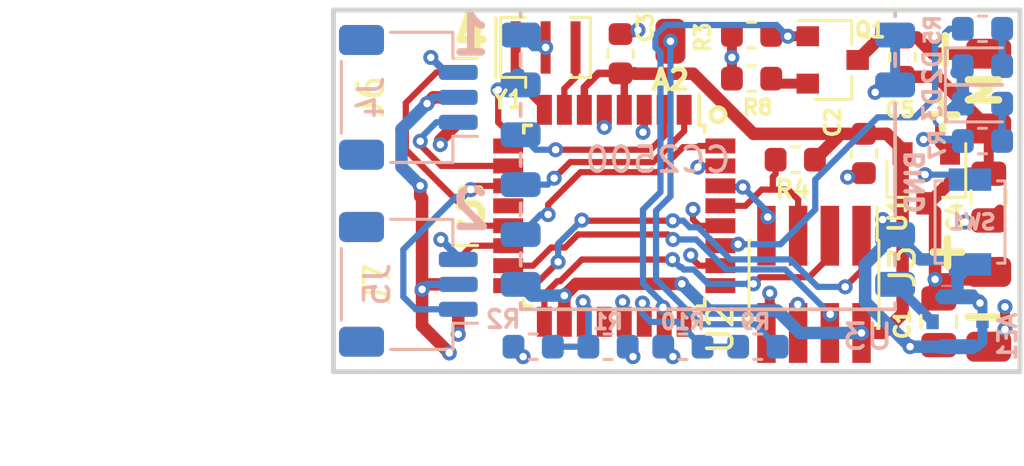
<source format=kicad_pcb>
(kicad_pcb (version 20171130) (host pcbnew "(5.0.2)-1")

  (general
    (thickness 1)
    (drawings 19)
    (tracks 408)
    (zones 0)
    (modules 33)
    (nets 32)
  )

  (page A4)
  (layers
    (0 F.Cu signal)
    (1 In1.Cu signal)
    (2 In2.Cu signal hide)
    (31 B.Cu signal)
    (32 B.Adhes user)
    (33 F.Adhes user)
    (34 B.Paste user)
    (35 F.Paste user)
    (36 B.SilkS user)
    (37 F.SilkS user)
    (38 B.Mask user)
    (39 F.Mask user)
    (40 Dwgs.User user)
    (41 Cmts.User user)
    (42 Eco1.User user)
    (43 Eco2.User user)
    (44 Edge.Cuts user)
    (45 Margin user)
    (46 B.CrtYd user)
    (47 F.CrtYd user)
    (48 B.Fab user)
    (49 F.Fab user)
  )

  (setup
    (last_trace_width 0.25)
    (user_trace_width 0.3)
    (user_trace_width 0.4)
    (user_trace_width 0.5)
    (trace_clearance 0.1524)
    (zone_clearance 0.3)
    (zone_45_only no)
    (trace_min 0.2)
    (segment_width 0.2)
    (edge_width 0.15)
    (via_size 0.6)
    (via_drill 0.3)
    (via_min_size 0.4)
    (via_min_drill 0.3)
    (uvia_size 0.3)
    (uvia_drill 0.1)
    (uvias_allowed no)
    (uvia_min_size 0.2)
    (uvia_min_drill 0.1)
    (pcb_text_width 0.3)
    (pcb_text_size 1.5 1.5)
    (mod_edge_width 0.15)
    (mod_text_size 1 1)
    (mod_text_width 0.15)
    (pad_size 2.6 2.6)
    (pad_drill 2)
    (pad_to_mask_clearance 0.051)
    (solder_mask_min_width 0.25)
    (aux_axis_origin 0 0)
    (visible_elements 7FFDFF7F)
    (pcbplotparams
      (layerselection 0x010f0_ffffffff)
      (usegerberextensions false)
      (usegerberattributes false)
      (usegerberadvancedattributes false)
      (creategerberjobfile false)
      (excludeedgelayer true)
      (linewidth 0.100000)
      (plotframeref false)
      (viasonmask false)
      (mode 1)
      (useauxorigin false)
      (hpglpennumber 1)
      (hpglpenspeed 20)
      (hpglpendiameter 15.000000)
      (psnegative false)
      (psa4output false)
      (plotreference true)
      (plotvalue false)
      (plotinvisibletext false)
      (padsonsilk false)
      (subtractmaskfromsilk false)
      (outputformat 1)
      (mirror false)
      (drillshape 0)
      (scaleselection 1)
      (outputdirectory "gerbers_frtiny_V5"))
  )

  (net 0 "")
  (net 1 "Net-(AE1-Pad1)")
  (net 2 +5V)
  (net 3 GND)
  (net 4 +3V3)
  (net 5 /RST)
  (net 6 "Net-(D2-Pad2)")
  (net 7 "Net-(D3-Pad2)")
  (net 8 /MISO)
  (net 9 /CLK)
  (net 10 /MOSI)
  (net 11 /RX)
  (net 12 /TX)
  (net 13 Earth)
  (net 14 /MOTOR)
  (net 15 "Net-(R1-Pad2)")
  (net 16 "Net-(R5-Pad2)")
  (net 17 "Net-(R7-Pad2)")
  (net 18 "Net-(SW1-Pad1)")
  (net 19 "Net-(U2-Pad7)")
  (net 20 "Net-(U2-Pad8)")
  (net 21 "Net-(J10-Pad1)")
  (net 22 "Net-(R10-Pad1)")
  (net 23 /CH1)
  (net 24 /CH2)
  (net 25 /CH4)
  (net 26 /CH5)
  (net 27 /FCLK)
  (net 28 /FMISO)
  (net 29 /FCSN)
  (net 30 /FMOSI)
  (net 31 "Net-(C5-Pad2)")

  (net_class Default "This is the default net class."
    (clearance 0.1524)
    (trace_width 0.25)
    (via_dia 0.6)
    (via_drill 0.3)
    (uvia_dia 0.3)
    (uvia_drill 0.1)
    (add_net +3V3)
    (add_net +5V)
    (add_net /CH1)
    (add_net /CH2)
    (add_net /CH4)
    (add_net /CH5)
    (add_net /CLK)
    (add_net /FCLK)
    (add_net /FCSN)
    (add_net /FMISO)
    (add_net /FMOSI)
    (add_net /MISO)
    (add_net /MOSI)
    (add_net /MOTOR)
    (add_net /RST)
    (add_net /RX)
    (add_net /TX)
    (add_net Earth)
    (add_net GND)
    (add_net "Net-(AE1-Pad1)")
    (add_net "Net-(C5-Pad2)")
    (add_net "Net-(D2-Pad2)")
    (add_net "Net-(D3-Pad2)")
    (add_net "Net-(J10-Pad1)")
    (add_net "Net-(R1-Pad2)")
    (add_net "Net-(R10-Pad1)")
    (add_net "Net-(R5-Pad2)")
    (add_net "Net-(R7-Pad2)")
    (add_net "Net-(SW1-Pad1)")
    (add_net "Net-(U2-Pad7)")
    (add_net "Net-(U2-Pad8)")
  )

  (module Resistor_SMD:R_0603_1608Metric (layer F.Cu) (tedit 600336EC) (tstamp 5FD23652)
    (at 107.75 44.25 180)
    (descr "Resistor SMD 0603 (1608 Metric), square (rectangular) end terminal, IPC_7351 nominal, (Body size source: http://www.tortai-tech.com/upload/download/2011102023233369053.pdf), generated with kicad-footprint-generator")
    (tags resistor)
    (path /5FA8A4B5)
    (attr smd)
    (fp_text reference R3 (at 1.95 1.65 270) (layer F.SilkS)
      (effects (font (size 0.6 0.6) (thickness 0.15)))
    )
    (fp_text value 0R_0603 (at 0 1.43 180) (layer F.Fab)
      (effects (font (size 1 1) (thickness 0.15)))
    )
    (fp_line (start -0.8 0.4) (end -0.8 -0.4) (layer F.Fab) (width 0.1))
    (fp_line (start -0.8 -0.4) (end 0.8 -0.4) (layer F.Fab) (width 0.1))
    (fp_line (start 0.8 -0.4) (end 0.8 0.4) (layer F.Fab) (width 0.1))
    (fp_line (start 0.8 0.4) (end -0.8 0.4) (layer F.Fab) (width 0.1))
    (fp_line (start -0.162779 -0.51) (end 0.162779 -0.51) (layer F.SilkS) (width 0.12))
    (fp_line (start -0.162779 0.51) (end 0.162779 0.51) (layer F.SilkS) (width 0.12))
    (fp_line (start -1.48 0.73) (end -1.48 -0.73) (layer F.CrtYd) (width 0.05))
    (fp_line (start -1.48 -0.73) (end 1.48 -0.73) (layer F.CrtYd) (width 0.05))
    (fp_line (start 1.48 -0.73) (end 1.48 0.73) (layer F.CrtYd) (width 0.05))
    (fp_line (start 1.48 0.73) (end -1.48 0.73) (layer F.CrtYd) (width 0.05))
    (fp_text user %R (at 0 0 180) (layer F.Fab)
      (effects (font (size 0.4 0.4) (thickness 0.06)))
    )
    (pad 1 smd roundrect (at -0.7875 0 180) (size 0.875 0.95) (layers F.Cu F.Paste F.Mask) (roundrect_rratio 0.25)
      (net 13 Earth))
    (pad 2 smd roundrect (at 0.7875 0 180) (size 0.875 0.95) (layers F.Cu F.Paste F.Mask) (roundrect_rratio 0.25)
      (net 3 GND))
    (model ${KISYS3DMOD}/Resistor_SMD.3dshapes/R_0603_1608Metric.wrl
      (at (xyz 0 0 0))
      (scale (xyz 1 1 1))
      (rotate (xyz 0 0 0))
    )
  )

  (module Button_Switch_SMD:SW_SPST_B3U-1000P (layer B.Cu) (tedit 60033894) (tstamp 60005E4C)
    (at 116.5 50 270)
    (descr "Ultra-small-sized Tactile Switch with High Contact Reliability, Top-actuated Model, without Ground Terminal, without Boss")
    (tags "Tactile Switch")
    (path /5FA8404A)
    (attr smd)
    (fp_text reference SW1 (at 0 -0.1) (layer B.SilkS)
      (effects (font (size 0.6 0.6) (thickness 0.15)) (justify mirror))
    )
    (fp_text value SW_BIND (at 0 -2.5 270) (layer B.Fab)
      (effects (font (size 1 1) (thickness 0.15)) (justify mirror))
    )
    (fp_text user %R (at 4.5 0.4 270) (layer B.Fab)
      (effects (font (size 1 1) (thickness 0.15)) (justify mirror))
    )
    (fp_line (start -2.4 -1.65) (end 2.4 -1.65) (layer B.CrtYd) (width 0.05))
    (fp_line (start 2.4 -1.65) (end 2.4 1.65) (layer B.CrtYd) (width 0.05))
    (fp_line (start 2.4 1.65) (end -2.4 1.65) (layer B.CrtYd) (width 0.05))
    (fp_line (start -2.4 1.65) (end -2.4 -1.65) (layer B.CrtYd) (width 0.05))
    (fp_line (start -1.65 -1.1) (end -1.65 -1.4) (layer B.SilkS) (width 0.12))
    (fp_line (start -1.65 -1.4) (end 1.65 -1.4) (layer B.SilkS) (width 0.12))
    (fp_line (start 1.65 -1.4) (end 1.65 -1.1) (layer B.SilkS) (width 0.12))
    (fp_line (start -1.65 1.1) (end -1.65 1.4) (layer B.SilkS) (width 0.12))
    (fp_line (start -1.65 1.4) (end 1.65 1.4) (layer B.SilkS) (width 0.12))
    (fp_line (start 1.65 1.4) (end 1.65 1.1) (layer B.SilkS) (width 0.12))
    (fp_line (start -1.5 1.25) (end 1.5 1.25) (layer B.Fab) (width 0.1))
    (fp_line (start 1.5 1.25) (end 1.5 -1.25) (layer B.Fab) (width 0.1))
    (fp_line (start 1.5 -1.25) (end -1.5 -1.25) (layer B.Fab) (width 0.1))
    (fp_line (start -1.5 -1.25) (end -1.5 1.25) (layer B.Fab) (width 0.1))
    (fp_circle (center 0 0) (end 0.75 0) (layer B.Fab) (width 0.1))
    (pad 1 smd rect (at -1.7 0 270) (size 0.9 1.7) (layers B.Cu B.Paste B.Mask)
      (net 18 "Net-(SW1-Pad1)"))
    (pad 2 smd rect (at 1.7 0 270) (size 0.9 1.7) (layers B.Cu B.Paste B.Mask)
      (net 3 GND))
    (model ${KISYS3DMOD}/Button_Switch_SMD.3dshapes/SW_SPST_B3U-1000P.wrl
      (at (xyz 0 0 0))
      (scale (xyz 1 1 1))
      (rotate (xyz 0 0 0))
    )
  )

  (module Package_QFP:LQFP-32_7x7mm_P0.8mm (layer F.Cu) (tedit 5A02F146) (tstamp 602AB011)
    (at 102.25 49.75 270)
    (descr "LQFP32: plastic low profile quad flat package; 32 leads; body 7 x 7 x 1.4 mm (see NXP sot358-1_po.pdf and sot358-1_fr.pdf)")
    (tags "QFP 0.8")
    (path /5FE84014)
    (attr smd)
    (fp_text reference U2 (at 4.55 -4.25 270) (layer F.SilkS)
      (effects (font (size 1 1) (thickness 0.15)))
    )
    (fp_text value ATmega328P-MU (at 0 5.85 270) (layer F.Fab)
      (effects (font (size 1 1) (thickness 0.15)))
    )
    (fp_text user %R (at 0 0 270) (layer F.Fab)
      (effects (font (size 1 1) (thickness 0.15)))
    )
    (fp_line (start -2.5 -3.5) (end 3.5 -3.5) (layer F.Fab) (width 0.15))
    (fp_line (start 3.5 -3.5) (end 3.5 3.5) (layer F.Fab) (width 0.15))
    (fp_line (start 3.5 3.5) (end -3.5 3.5) (layer F.Fab) (width 0.15))
    (fp_line (start -3.5 3.5) (end -3.5 -2.5) (layer F.Fab) (width 0.15))
    (fp_line (start -3.5 -2.5) (end -2.5 -3.5) (layer F.Fab) (width 0.15))
    (fp_line (start -5.1 -5.1) (end -5.1 5.1) (layer F.CrtYd) (width 0.05))
    (fp_line (start 5.1 -5.1) (end 5.1 5.1) (layer F.CrtYd) (width 0.05))
    (fp_line (start -5.1 -5.1) (end 5.1 -5.1) (layer F.CrtYd) (width 0.05))
    (fp_line (start -5.1 5.1) (end 5.1 5.1) (layer F.CrtYd) (width 0.05))
    (fp_line (start -3.625 -3.625) (end -3.625 -3.4) (layer F.SilkS) (width 0.15))
    (fp_line (start 3.625 -3.625) (end 3.625 -3.325) (layer F.SilkS) (width 0.15))
    (fp_line (start 3.625 3.625) (end 3.625 3.325) (layer F.SilkS) (width 0.15))
    (fp_line (start -3.625 3.625) (end -3.625 3.325) (layer F.SilkS) (width 0.15))
    (fp_line (start -3.625 -3.625) (end -3.325 -3.625) (layer F.SilkS) (width 0.15))
    (fp_line (start -3.625 3.625) (end -3.325 3.625) (layer F.SilkS) (width 0.15))
    (fp_line (start 3.625 3.625) (end 3.325 3.625) (layer F.SilkS) (width 0.15))
    (fp_line (start 3.625 -3.625) (end 3.325 -3.625) (layer F.SilkS) (width 0.15))
    (fp_line (start -3.625 -3.4) (end -4.85 -3.4) (layer F.SilkS) (width 0.15))
    (pad 1 smd rect (at -4.25 -2.8 270) (size 1.2 0.6) (layers F.Cu F.Paste F.Mask)
      (net 27 /FCLK))
    (pad 2 smd rect (at -4.25 -2 270) (size 1.2 0.6) (layers F.Cu F.Paste F.Mask)
      (net 28 /FMISO))
    (pad 3 smd rect (at -4.25 -1.2 270) (size 1.2 0.6) (layers F.Cu F.Paste F.Mask)
      (net 3 GND))
    (pad 4 smd rect (at -4.25 -0.4 270) (size 1.2 0.6) (layers F.Cu F.Paste F.Mask)
      (net 4 +3V3))
    (pad 5 smd rect (at -4.25 0.4 270) (size 1.2 0.6) (layers F.Cu F.Paste F.Mask)
      (net 3 GND))
    (pad 6 smd rect (at -4.25 1.2 270) (size 1.2 0.6) (layers F.Cu F.Paste F.Mask)
      (net 4 +3V3))
    (pad 7 smd rect (at -4.25 2 270) (size 1.2 0.6) (layers F.Cu F.Paste F.Mask)
      (net 19 "Net-(U2-Pad7)"))
    (pad 8 smd rect (at -4.25 2.8 270) (size 1.2 0.6) (layers F.Cu F.Paste F.Mask)
      (net 20 "Net-(U2-Pad8)"))
    (pad 9 smd rect (at -2.8 4.25) (size 1.2 0.6) (layers F.Cu F.Paste F.Mask)
      (net 29 /FCSN))
    (pad 10 smd rect (at -2 4.25) (size 1.2 0.6) (layers F.Cu F.Paste F.Mask)
      (net 23 /CH1))
    (pad 11 smd rect (at -1.2 4.25) (size 1.2 0.6) (layers F.Cu F.Paste F.Mask)
      (net 24 /CH2))
    (pad 12 smd rect (at -0.4 4.25) (size 1.2 0.6) (layers F.Cu F.Paste F.Mask))
    (pad 13 smd rect (at 0.4 4.25) (size 1.2 0.6) (layers F.Cu F.Paste F.Mask)
      (net 25 /CH4))
    (pad 14 smd rect (at 1.2 4.25) (size 1.2 0.6) (layers F.Cu F.Paste F.Mask)
      (net 26 /CH5))
    (pad 15 smd rect (at 2 4.25) (size 1.2 0.6) (layers F.Cu F.Paste F.Mask)
      (net 10 /MOSI))
    (pad 16 smd rect (at 2.8 4.25) (size 1.2 0.6) (layers F.Cu F.Paste F.Mask)
      (net 8 /MISO))
    (pad 17 smd rect (at 4.25 2.8 270) (size 1.2 0.6) (layers F.Cu F.Paste F.Mask)
      (net 9 /CLK))
    (pad 18 smd rect (at 4.25 2 270) (size 1.2 0.6) (layers F.Cu F.Paste F.Mask)
      (net 4 +3V3))
    (pad 19 smd rect (at 4.25 1.2 270) (size 1.2 0.6) (layers F.Cu F.Paste F.Mask)
      (net 15 "Net-(R1-Pad2)"))
    (pad 20 smd rect (at 4.25 0.4 270) (size 1.2 0.6) (layers F.Cu F.Paste F.Mask))
    (pad 21 smd rect (at 4.25 -0.4 270) (size 1.2 0.6) (layers F.Cu F.Paste F.Mask)
      (net 3 GND))
    (pad 22 smd rect (at 4.25 -1.2 270) (size 1.2 0.6) (layers F.Cu F.Paste F.Mask)
      (net 22 "Net-(R10-Pad1)"))
    (pad 23 smd rect (at 4.25 -2 270) (size 1.2 0.6) (layers F.Cu F.Paste F.Mask)
      (net 14 /MOTOR))
    (pad 24 smd rect (at 4.25 -2.8 270) (size 1.2 0.6) (layers F.Cu F.Paste F.Mask))
    (pad 25 smd rect (at 2.8 -4.25) (size 1.2 0.6) (layers F.Cu F.Paste F.Mask))
    (pad 26 smd rect (at 2 -4.25) (size 1.2 0.6) (layers F.Cu F.Paste F.Mask)
      (net 18 "Net-(SW1-Pad1)"))
    (pad 27 smd rect (at 1.2 -4.25) (size 1.2 0.6) (layers F.Cu F.Paste F.Mask)
      (net 16 "Net-(R5-Pad2)"))
    (pad 28 smd rect (at 0.4 -4.25) (size 1.2 0.6) (layers F.Cu F.Paste F.Mask)
      (net 17 "Net-(R7-Pad2)"))
    (pad 29 smd rect (at -0.4 -4.25) (size 1.2 0.6) (layers F.Cu F.Paste F.Mask)
      (net 5 /RST))
    (pad 30 smd rect (at -1.2 -4.25) (size 1.2 0.6) (layers F.Cu F.Paste F.Mask)
      (net 11 /RX))
    (pad 31 smd rect (at -2 -4.25) (size 1.2 0.6) (layers F.Cu F.Paste F.Mask)
      (net 12 /TX))
    (pad 32 smd rect (at -2.8 -4.25) (size 1.2 0.6) (layers F.Cu F.Paste F.Mask)
      (net 30 /FMOSI))
    (model ${KISYS3DMOD}/Package_QFP.3dshapes/LQFP-32_7x7mm_P0.8mm.wrl
      (at (xyz 0 0 0))
      (scale (xyz 1 1 1))
      (rotate (xyz 0 0 0))
    )
  )

  (module FRMod:CC2500_MOD6 (layer B.Cu) (tedit 5FA95295) (tstamp 5FD2149B)
    (at 106 47.5)
    (path /5FA7E5CB)
    (fp_text reference U3 (at 6.4 7.1) (layer B.SilkS)
      (effects (font (size 1 1) (thickness 0.15)) (justify mirror))
    )
    (fp_text value CC2500_MOD6 (at 3.5 7) (layer B.Fab)
      (effects (font (size 1 1) (thickness 0.15)) (justify mirror))
    )
    (fp_line (start -7.5 6) (end 7.5 6) (layer B.SilkS) (width 0.15))
    (fp_line (start 7.5 -6) (end -7.5 -6) (layer B.SilkS) (width 0.15))
    (fp_text user CC2500 (at -2 0) (layer B.SilkS)
      (effects (font (size 1 1) (thickness 0.15)) (justify mirror))
    )
    (fp_line (start 7.5 4.25) (end 7.5 3.75) (layer B.SilkS) (width 0.15))
    (fp_line (start 7.5 5.75) (end 7.5 6) (layer B.SilkS) (width 0.15))
    (fp_line (start 7.5 2.25) (end 7.5 -2.25) (layer B.SilkS) (width 0.15))
    (fp_line (start 7.5 -3.75) (end 7.5 -4.25) (layer B.SilkS) (width 0.15))
    (fp_line (start 7.5 -6) (end 7.5 -5.75) (layer B.SilkS) (width 0.15))
    (fp_line (start -7.5 -6) (end -7.5 -5.75) (layer B.SilkS) (width 0.15))
    (fp_line (start -7.5 -4.25) (end -7.5 -3.75) (layer B.SilkS) (width 0.15))
    (fp_line (start -7.5 -0.25) (end -7.5 0.25) (layer B.SilkS) (width 0.15))
    (fp_line (start -7.5 1.75) (end -7.5 2.25) (layer B.SilkS) (width 0.15))
    (fp_line (start -7.5 -1.75) (end -7.5 -2.25) (layer B.SilkS) (width 0.15))
    (fp_line (start -7.5 3.75) (end -7.5 4.25) (layer B.SilkS) (width 0.15))
    (fp_line (start -7.5 5.75) (end -7.5 6) (layer B.SilkS) (width 0.15))
    (pad 1 smd roundrect (at -7.5 5) (size 1.6 1) (layers B.Cu B.Paste B.Mask) (roundrect_rratio 0.25)
      (net 4 +3V3))
    (pad 2 smd roundrect (at -7.5 3) (size 1.6 1) (layers B.Cu B.Paste B.Mask) (roundrect_rratio 0.25)
      (net 30 /FMOSI))
    (pad 3 smd roundrect (at -7.5 1) (size 1.6 1) (layers B.Cu B.Paste B.Mask) (roundrect_rratio 0.25)
      (net 27 /FCLK))
    (pad 4 smd roundrect (at -7.5 -1) (size 1.6 1) (layers B.Cu B.Paste B.Mask) (roundrect_rratio 0.25)
      (net 28 /FMISO))
    (pad 5 smd roundrect (at -7.5 -3) (size 1.6 1) (layers B.Cu B.Paste B.Mask) (roundrect_rratio 0.25)
      (net 29 /FCSN))
    (pad 6 smd roundrect (at -7.5 -5) (size 1.6 1) (layers B.Cu B.Paste B.Mask) (roundrect_rratio 0.25)
      (net 3 GND))
    (pad 7 smd roundrect (at 7.5 -5) (size 1.6 1) (layers B.Cu B.Paste B.Mask) (roundrect_rratio 0.25)
      (net 3 GND))
    (pad 8 smd roundrect (at 7.5 -3) (size 1.6 1) (layers B.Cu B.Paste B.Mask) (roundrect_rratio 0.25)
      (net 3 GND))
    (pad 9 smd roundrect (at 7.5 3) (size 1.6 1) (layers B.Cu B.Paste B.Mask) (roundrect_rratio 0.25)
      (net 3 GND))
    (pad 10 smd roundrect (at 7.5 5) (size 1.6 1) (layers B.Cu B.Paste B.Mask) (roundrect_rratio 0.25)
      (net 1 "Net-(AE1-Pad1)"))
  )

  (module Connector_PinHeader_1.27mm:PinHeader_2x04_P1.27mm_Vertical_SMD (layer F.Cu) (tedit 59FED6E3) (tstamp 5FD2371B)
    (at 110.25 52.5 270)
    (descr "surface-mounted straight pin header, 2x04, 1.27mm pitch, double rows")
    (tags "Surface mounted pin header SMD 2x04 1.27mm double row")
    (path /5FA8454D)
    (attr smd)
    (fp_text reference J3 (at -0.7 -3.55 270) (layer F.SilkS)
      (effects (font (size 1 1) (thickness 0.15)))
    )
    (fp_text value Conn_02x04_1.27 (at 0 3.6 270) (layer F.Fab)
      (effects (font (size 1 1) (thickness 0.15)))
    )
    (fp_line (start 1.705 2.54) (end -1.705 2.54) (layer F.Fab) (width 0.1))
    (fp_line (start -1.27 -2.54) (end 1.705 -2.54) (layer F.Fab) (width 0.1))
    (fp_line (start -1.705 2.54) (end -1.705 -2.105) (layer F.Fab) (width 0.1))
    (fp_line (start -1.705 -2.105) (end -1.27 -2.54) (layer F.Fab) (width 0.1))
    (fp_line (start 1.705 -2.54) (end 1.705 2.54) (layer F.Fab) (width 0.1))
    (fp_line (start -1.705 -2.105) (end -2.75 -2.105) (layer F.Fab) (width 0.1))
    (fp_line (start -2.75 -2.105) (end -2.75 -1.705) (layer F.Fab) (width 0.1))
    (fp_line (start -2.75 -1.705) (end -1.705 -1.705) (layer F.Fab) (width 0.1))
    (fp_line (start 1.705 -2.105) (end 2.75 -2.105) (layer F.Fab) (width 0.1))
    (fp_line (start 2.75 -2.105) (end 2.75 -1.705) (layer F.Fab) (width 0.1))
    (fp_line (start 2.75 -1.705) (end 1.705 -1.705) (layer F.Fab) (width 0.1))
    (fp_line (start -1.705 -0.835) (end -2.75 -0.835) (layer F.Fab) (width 0.1))
    (fp_line (start -2.75 -0.835) (end -2.75 -0.435) (layer F.Fab) (width 0.1))
    (fp_line (start -2.75 -0.435) (end -1.705 -0.435) (layer F.Fab) (width 0.1))
    (fp_line (start 1.705 -0.835) (end 2.75 -0.835) (layer F.Fab) (width 0.1))
    (fp_line (start 2.75 -0.835) (end 2.75 -0.435) (layer F.Fab) (width 0.1))
    (fp_line (start 2.75 -0.435) (end 1.705 -0.435) (layer F.Fab) (width 0.1))
    (fp_line (start -1.705 0.435) (end -2.75 0.435) (layer F.Fab) (width 0.1))
    (fp_line (start -2.75 0.435) (end -2.75 0.835) (layer F.Fab) (width 0.1))
    (fp_line (start -2.75 0.835) (end -1.705 0.835) (layer F.Fab) (width 0.1))
    (fp_line (start 1.705 0.435) (end 2.75 0.435) (layer F.Fab) (width 0.1))
    (fp_line (start 2.75 0.435) (end 2.75 0.835) (layer F.Fab) (width 0.1))
    (fp_line (start 2.75 0.835) (end 1.705 0.835) (layer F.Fab) (width 0.1))
    (fp_line (start -1.705 1.705) (end -2.75 1.705) (layer F.Fab) (width 0.1))
    (fp_line (start -2.75 1.705) (end -2.75 2.105) (layer F.Fab) (width 0.1))
    (fp_line (start -2.75 2.105) (end -1.705 2.105) (layer F.Fab) (width 0.1))
    (fp_line (start 1.705 1.705) (end 2.75 1.705) (layer F.Fab) (width 0.1))
    (fp_line (start 2.75 1.705) (end 2.75 2.105) (layer F.Fab) (width 0.1))
    (fp_line (start 2.75 2.105) (end 1.705 2.105) (layer F.Fab) (width 0.1))
    (fp_line (start -1.765 -2.6) (end 1.765 -2.6) (layer F.SilkS) (width 0.12))
    (fp_line (start -1.765 2.6) (end 1.765 2.6) (layer F.SilkS) (width 0.12))
    (fp_line (start -3.09 -2.535) (end -1.765 -2.535) (layer F.SilkS) (width 0.12))
    (fp_line (start -1.765 -2.6) (end -1.765 -2.535) (layer F.SilkS) (width 0.12))
    (fp_line (start 1.765 -2.6) (end 1.765 -2.535) (layer F.SilkS) (width 0.12))
    (fp_line (start -1.765 2.535) (end -1.765 2.6) (layer F.SilkS) (width 0.12))
    (fp_line (start 1.765 2.535) (end 1.765 2.6) (layer F.SilkS) (width 0.12))
    (fp_line (start -4.3 -3.05) (end -4.3 3.05) (layer F.CrtYd) (width 0.05))
    (fp_line (start -4.3 3.05) (end 4.3 3.05) (layer F.CrtYd) (width 0.05))
    (fp_line (start 4.3 3.05) (end 4.3 -3.05) (layer F.CrtYd) (width 0.05))
    (fp_line (start 4.3 -3.05) (end -4.3 -3.05) (layer F.CrtYd) (width 0.05))
    (fp_text user %R (at 0 0) (layer F.Fab)
      (effects (font (size 1 1) (thickness 0.15)))
    )
    (pad 1 smd rect (at -1.95 -1.905 270) (size 2.4 0.74) (layers F.Cu F.Paste F.Mask)
      (net 8 /MISO))
    (pad 2 smd rect (at 1.95 -1.905 270) (size 2.4 0.74) (layers F.Cu F.Paste F.Mask)
      (net 4 +3V3))
    (pad 3 smd rect (at -1.95 -0.635 270) (size 2.4 0.74) (layers F.Cu F.Paste F.Mask)
      (net 9 /CLK))
    (pad 4 smd rect (at 1.95 -0.635 270) (size 2.4 0.74) (layers F.Cu F.Paste F.Mask)
      (net 10 /MOSI))
    (pad 5 smd rect (at -1.95 0.635 270) (size 2.4 0.74) (layers F.Cu F.Paste F.Mask)
      (net 5 /RST))
    (pad 6 smd rect (at 1.95 0.635 270) (size 2.4 0.74) (layers F.Cu F.Paste F.Mask)
      (net 3 GND))
    (pad 7 smd rect (at -1.95 1.905 270) (size 2.4 0.74) (layers F.Cu F.Paste F.Mask)
      (net 11 /RX))
    (pad 8 smd rect (at 1.95 1.905 270) (size 2.4 0.74) (layers F.Cu F.Paste F.Mask)
      (net 12 /TX))
    (model ${KISYS3DMOD}/Connector_PinHeader_1.27mm.3dshapes/PinHeader_2x04_P1.27mm_Vertical_SMD.wrl
      (at (xyz 0 0 0))
      (scale (xyz 1 1 1))
      (rotate (xyz 0 0 0))
    )
  )

  (module FRMod:SOLDER_PAD_1.2x1.8 (layer F.Cu) (tedit 5FAAE7FD) (tstamp 5FD2390A)
    (at 104.5 42.75 270)
    (path /5FBFAEFD)
    (fp_text reference J10 (at -4.25 0 270) (layer F.SilkS) hide
      (effects (font (size 1 1) (thickness 0.15)))
    )
    (fp_text value AD2 (at 3 -2 270) (layer F.Fab)
      (effects (font (size 1 1) (thickness 0.15)))
    )
    (pad 1 smd roundrect (at 0 0 270) (size 1.8 1.2) (layers F.Cu F.Paste F.Mask) (roundrect_rratio 0.25)
      (net 21 "Net-(J10-Pad1)"))
  )

  (module LED_SMD:LED_0603_1608Metric (layer B.Cu) (tedit 5FE5E850) (tstamp 6000574E)
    (at 117 43.75)
    (descr "LED SMD 0603 (1608 Metric), square (rectangular) end terminal, IPC_7351 nominal, (Body size source: http://www.tortai-tech.com/upload/download/2011102023233369053.pdf), generated with kicad-footprint-generator")
    (tags diode)
    (path /5FAE19BE)
    (attr smd)
    (fp_text reference D2 (at -2 0.05 90) (layer B.SilkS)
      (effects (font (size 0.7 0.7) (thickness 0.15)) (justify mirror))
    )
    (fp_text value GREEN (at 0 -1.43) (layer B.Fab)
      (effects (font (size 1 1) (thickness 0.15)) (justify mirror))
    )
    (fp_line (start 0.8 0.4) (end -0.5 0.4) (layer B.Fab) (width 0.1))
    (fp_line (start -0.5 0.4) (end -0.8 0.1) (layer B.Fab) (width 0.1))
    (fp_line (start -0.8 0.1) (end -0.8 -0.4) (layer B.Fab) (width 0.1))
    (fp_line (start -0.8 -0.4) (end 0.8 -0.4) (layer B.Fab) (width 0.1))
    (fp_line (start 0.8 -0.4) (end 0.8 0.4) (layer B.Fab) (width 0.1))
    (fp_line (start 0.8 0.735) (end -1.485 0.735) (layer B.SilkS) (width 0.12))
    (fp_line (start -1.485 0.735) (end -1.485 -0.735) (layer B.SilkS) (width 0.12))
    (fp_line (start -1.485 -0.735) (end 0.8 -0.735) (layer B.SilkS) (width 0.12))
    (fp_line (start -1.48 -0.73) (end -1.48 0.73) (layer B.CrtYd) (width 0.05))
    (fp_line (start -1.48 0.73) (end 1.48 0.73) (layer B.CrtYd) (width 0.05))
    (fp_line (start 1.48 0.73) (end 1.48 -0.73) (layer B.CrtYd) (width 0.05))
    (fp_line (start 1.48 -0.73) (end -1.48 -0.73) (layer B.CrtYd) (width 0.05))
    (fp_text user %R (at 0 0) (layer B.Fab)
      (effects (font (size 0.4 0.4) (thickness 0.06)) (justify mirror))
    )
    (pad 1 smd roundrect (at -0.7875 0) (size 0.875 0.95) (layers B.Cu B.Paste B.Mask) (roundrect_rratio 0.25)
      (net 3 GND))
    (pad 2 smd roundrect (at 0.7875 0) (size 0.875 0.95) (layers B.Cu B.Paste B.Mask) (roundrect_rratio 0.25)
      (net 6 "Net-(D2-Pad2)"))
    (model ${KISYS3DMOD}/LED_SMD.3dshapes/LED_0603_1608Metric.wrl
      (at (xyz 0 0 0))
      (scale (xyz 1 1 1))
      (rotate (xyz 0 0 0))
    )
  )

  (module LED_SMD:LED_0603_1608Metric (layer B.Cu) (tedit 5FE5E85F) (tstamp 60005718)
    (at 117 45.25)
    (descr "LED SMD 0603 (1608 Metric), square (rectangular) end terminal, IPC_7351 nominal, (Body size source: http://www.tortai-tech.com/upload/download/2011102023233369053.pdf), generated with kicad-footprint-generator")
    (tags diode)
    (path /5FAE42CA)
    (attr smd)
    (fp_text reference D3 (at -2 0.05 90) (layer B.SilkS)
      (effects (font (size 0.7 0.7) (thickness 0.15)) (justify mirror))
    )
    (fp_text value RED (at 0 -1.43) (layer B.Fab)
      (effects (font (size 1 1) (thickness 0.15)) (justify mirror))
    )
    (fp_text user %R (at 0 0) (layer B.Fab)
      (effects (font (size 0.4 0.4) (thickness 0.06)) (justify mirror))
    )
    (fp_line (start 1.48 -0.73) (end -1.48 -0.73) (layer B.CrtYd) (width 0.05))
    (fp_line (start 1.48 0.73) (end 1.48 -0.73) (layer B.CrtYd) (width 0.05))
    (fp_line (start -1.48 0.73) (end 1.48 0.73) (layer B.CrtYd) (width 0.05))
    (fp_line (start -1.48 -0.73) (end -1.48 0.73) (layer B.CrtYd) (width 0.05))
    (fp_line (start -1.485 -0.735) (end 0.8 -0.735) (layer B.SilkS) (width 0.12))
    (fp_line (start -1.485 0.735) (end -1.485 -0.735) (layer B.SilkS) (width 0.12))
    (fp_line (start 0.8 0.735) (end -1.485 0.735) (layer B.SilkS) (width 0.12))
    (fp_line (start 0.8 -0.4) (end 0.8 0.4) (layer B.Fab) (width 0.1))
    (fp_line (start -0.8 -0.4) (end 0.8 -0.4) (layer B.Fab) (width 0.1))
    (fp_line (start -0.8 0.1) (end -0.8 -0.4) (layer B.Fab) (width 0.1))
    (fp_line (start -0.5 0.4) (end -0.8 0.1) (layer B.Fab) (width 0.1))
    (fp_line (start 0.8 0.4) (end -0.5 0.4) (layer B.Fab) (width 0.1))
    (pad 2 smd roundrect (at 0.7875 0) (size 0.875 0.95) (layers B.Cu B.Paste B.Mask) (roundrect_rratio 0.25)
      (net 7 "Net-(D3-Pad2)"))
    (pad 1 smd roundrect (at -0.7875 0) (size 0.875 0.95) (layers B.Cu B.Paste B.Mask) (roundrect_rratio 0.25)
      (net 3 GND))
    (model ${KISYS3DMOD}/LED_SMD.3dshapes/LED_0603_1608Metric.wrl
      (at (xyz 0 0 0))
      (scale (xyz 1 1 1))
      (rotate (xyz 0 0 0))
    )
  )

  (module Resistor_SMD:R_0603_1608Metric (layer B.Cu) (tedit 60033848) (tstamp 600056B6)
    (at 117 46.75 180)
    (descr "Resistor SMD 0603 (1608 Metric), square (rectangular) end terminal, IPC_7351 nominal, (Body size source: http://www.tortai-tech.com/upload/download/2011102023233369053.pdf), generated with kicad-footprint-generator")
    (tags resistor)
    (path /5FADF08B)
    (attr smd)
    (fp_text reference R7 (at 1.8 -0.15 90) (layer B.SilkS)
      (effects (font (size 0.6 0.6) (thickness 0.15)) (justify mirror))
    )
    (fp_text value 1K_0603 (at 0 -1.43 180) (layer B.Fab)
      (effects (font (size 1 1) (thickness 0.15)) (justify mirror))
    )
    (fp_line (start -0.8 -0.4) (end -0.8 0.4) (layer B.Fab) (width 0.1))
    (fp_line (start -0.8 0.4) (end 0.8 0.4) (layer B.Fab) (width 0.1))
    (fp_line (start 0.8 0.4) (end 0.8 -0.4) (layer B.Fab) (width 0.1))
    (fp_line (start 0.8 -0.4) (end -0.8 -0.4) (layer B.Fab) (width 0.1))
    (fp_line (start -0.162779 0.51) (end 0.162779 0.51) (layer B.SilkS) (width 0.12))
    (fp_line (start -0.162779 -0.51) (end 0.162779 -0.51) (layer B.SilkS) (width 0.12))
    (fp_line (start -1.48 -0.73) (end -1.48 0.73) (layer B.CrtYd) (width 0.05))
    (fp_line (start -1.48 0.73) (end 1.48 0.73) (layer B.CrtYd) (width 0.05))
    (fp_line (start 1.48 0.73) (end 1.48 -0.73) (layer B.CrtYd) (width 0.05))
    (fp_line (start 1.48 -0.73) (end -1.48 -0.73) (layer B.CrtYd) (width 0.05))
    (fp_text user %R (at 0 0 180) (layer B.Fab)
      (effects (font (size 0.4 0.4) (thickness 0.06)) (justify mirror))
    )
    (pad 1 smd roundrect (at -0.7875 0 180) (size 0.875 0.95) (layers B.Cu B.Paste B.Mask) (roundrect_rratio 0.25)
      (net 7 "Net-(D3-Pad2)"))
    (pad 2 smd roundrect (at 0.7875 0 180) (size 0.875 0.95) (layers B.Cu B.Paste B.Mask) (roundrect_rratio 0.25)
      (net 17 "Net-(R7-Pad2)"))
    (model ${KISYS3DMOD}/Resistor_SMD.3dshapes/R_0603_1608Metric.wrl
      (at (xyz 0 0 0))
      (scale (xyz 1 1 1))
      (rotate (xyz 0 0 0))
    )
  )

  (module Resistor_SMD:R_0603_1608Metric (layer B.Cu) (tedit 60033820) (tstamp 600056E6)
    (at 117 42.25 180)
    (descr "Resistor SMD 0603 (1608 Metric), square (rectangular) end terminal, IPC_7351 nominal, (Body size source: http://www.tortai-tech.com/upload/download/2011102023233369053.pdf), generated with kicad-footprint-generator")
    (tags resistor)
    (path /5FADF021)
    (attr smd)
    (fp_text reference R5 (at 2 -0.05 270) (layer B.SilkS)
      (effects (font (size 0.6 0.6) (thickness 0.15)) (justify mirror))
    )
    (fp_text value 1K_0603 (at 0 -1.43 180) (layer B.Fab)
      (effects (font (size 1 1) (thickness 0.15)) (justify mirror))
    )
    (fp_text user %R (at 0 0 180) (layer B.Fab)
      (effects (font (size 0.4 0.4) (thickness 0.06)) (justify mirror))
    )
    (fp_line (start 1.48 -0.73) (end -1.48 -0.73) (layer B.CrtYd) (width 0.05))
    (fp_line (start 1.48 0.73) (end 1.48 -0.73) (layer B.CrtYd) (width 0.05))
    (fp_line (start -1.48 0.73) (end 1.48 0.73) (layer B.CrtYd) (width 0.05))
    (fp_line (start -1.48 -0.73) (end -1.48 0.73) (layer B.CrtYd) (width 0.05))
    (fp_line (start -0.162779 -0.51) (end 0.162779 -0.51) (layer B.SilkS) (width 0.12))
    (fp_line (start -0.162779 0.51) (end 0.162779 0.51) (layer B.SilkS) (width 0.12))
    (fp_line (start 0.8 -0.4) (end -0.8 -0.4) (layer B.Fab) (width 0.1))
    (fp_line (start 0.8 0.4) (end 0.8 -0.4) (layer B.Fab) (width 0.1))
    (fp_line (start -0.8 0.4) (end 0.8 0.4) (layer B.Fab) (width 0.1))
    (fp_line (start -0.8 -0.4) (end -0.8 0.4) (layer B.Fab) (width 0.1))
    (pad 2 smd roundrect (at 0.7875 0 180) (size 0.875 0.95) (layers B.Cu B.Paste B.Mask) (roundrect_rratio 0.25)
      (net 16 "Net-(R5-Pad2)"))
    (pad 1 smd roundrect (at -0.7875 0 180) (size 0.875 0.95) (layers B.Cu B.Paste B.Mask) (roundrect_rratio 0.25)
      (net 6 "Net-(D2-Pad2)"))
    (model ${KISYS3DMOD}/Resistor_SMD.3dshapes/R_0603_1608Metric.wrl
      (at (xyz 0 0 0))
      (scale (xyz 1 1 1))
      (rotate (xyz 0 0 0))
    )
  )

  (module Capacitor_SMD:C_0805_2012Metric (layer F.Cu) (tedit 60033754) (tstamp 5FD2125A)
    (at 115.25 54 270)
    (descr "Capacitor SMD 0805 (2012 Metric), square (rectangular) end terminal, IPC_7351 nominal, (Body size source: https://docs.google.com/spreadsheets/d/1BsfQQcO9C6DZCsRaXUlFlo91Tg2WpOkGARC1WS5S8t0/edit?usp=sharing), generated with kicad-footprint-generator")
    (tags capacitor)
    (path /5FA8477E)
    (attr smd)
    (fp_text reference C1 (at 0.1 1.45 90) (layer F.SilkS)
      (effects (font (size 0.6 0.6) (thickness 0.15)))
    )
    (fp_text value 4u7_0805_16V (at 0 1.65 270) (layer F.Fab)
      (effects (font (size 1 1) (thickness 0.15)))
    )
    (fp_line (start -1 0.6) (end -1 -0.6) (layer F.Fab) (width 0.1))
    (fp_line (start -1 -0.6) (end 1 -0.6) (layer F.Fab) (width 0.1))
    (fp_line (start 1 -0.6) (end 1 0.6) (layer F.Fab) (width 0.1))
    (fp_line (start 1 0.6) (end -1 0.6) (layer F.Fab) (width 0.1))
    (fp_line (start -0.258578 -0.71) (end 0.258578 -0.71) (layer F.SilkS) (width 0.12))
    (fp_line (start -0.258578 0.71) (end 0.258578 0.71) (layer F.SilkS) (width 0.12))
    (fp_line (start -1.68 0.95) (end -1.68 -0.95) (layer F.CrtYd) (width 0.05))
    (fp_line (start -1.68 -0.95) (end 1.68 -0.95) (layer F.CrtYd) (width 0.05))
    (fp_line (start 1.68 -0.95) (end 1.68 0.95) (layer F.CrtYd) (width 0.05))
    (fp_line (start 1.68 0.95) (end -1.68 0.95) (layer F.CrtYd) (width 0.05))
    (fp_text user %R (at 0 0 270) (layer F.Fab)
      (effects (font (size 0.5 0.5) (thickness 0.08)))
    )
    (pad 1 smd roundrect (at -0.9375 0 270) (size 0.975 1.4) (layers F.Cu F.Paste F.Mask) (roundrect_rratio 0.25)
      (net 2 +5V))
    (pad 2 smd roundrect (at 0.9375 0 270) (size 0.975 1.4) (layers F.Cu F.Paste F.Mask) (roundrect_rratio 0.25)
      (net 3 GND))
    (model ${KISYS3DMOD}/Capacitor_SMD.3dshapes/C_0805_2012Metric.wrl
      (at (xyz 0 0 0))
      (scale (xyz 1 1 1))
      (rotate (xyz 0 0 0))
    )
  )

  (module Capacitor_SMD:C_0603_1608Metric (layer F.Cu) (tedit 6003352B) (tstamp 5FD2126B)
    (at 112.25 47.25 270)
    (descr "Capacitor SMD 0603 (1608 Metric), square (rectangular) end terminal, IPC_7351 nominal, (Body size source: http://www.tortai-tech.com/upload/download/2011102023233369053.pdf), generated with kicad-footprint-generator")
    (tags capacitor)
    (path /5FA8226C)
    (attr smd)
    (fp_text reference C2 (at -1.25 1.25 90) (layer F.SilkS)
      (effects (font (size 0.6 0.6) (thickness 0.15)))
    )
    (fp_text value 22u_0603 (at 0 1.43 270) (layer F.Fab)
      (effects (font (size 1 1) (thickness 0.15)))
    )
    (fp_text user %R (at 0 0 270) (layer F.Fab)
      (effects (font (size 0.4 0.4) (thickness 0.06)))
    )
    (fp_line (start 1.48 0.73) (end -1.48 0.73) (layer F.CrtYd) (width 0.05))
    (fp_line (start 1.48 -0.73) (end 1.48 0.73) (layer F.CrtYd) (width 0.05))
    (fp_line (start -1.48 -0.73) (end 1.48 -0.73) (layer F.CrtYd) (width 0.05))
    (fp_line (start -1.48 0.73) (end -1.48 -0.73) (layer F.CrtYd) (width 0.05))
    (fp_line (start -0.162779 0.51) (end 0.162779 0.51) (layer F.SilkS) (width 0.12))
    (fp_line (start -0.162779 -0.51) (end 0.162779 -0.51) (layer F.SilkS) (width 0.12))
    (fp_line (start 0.8 0.4) (end -0.8 0.4) (layer F.Fab) (width 0.1))
    (fp_line (start 0.8 -0.4) (end 0.8 0.4) (layer F.Fab) (width 0.1))
    (fp_line (start -0.8 -0.4) (end 0.8 -0.4) (layer F.Fab) (width 0.1))
    (fp_line (start -0.8 0.4) (end -0.8 -0.4) (layer F.Fab) (width 0.1))
    (pad 2 smd roundrect (at 0.7875 0 270) (size 0.875 0.95) (layers F.Cu F.Paste F.Mask) (roundrect_rratio 0.25)
      (net 3 GND))
    (pad 1 smd roundrect (at -0.7875 0 270) (size 0.875 0.95) (layers F.Cu F.Paste F.Mask) (roundrect_rratio 0.25)
      (net 4 +3V3))
    (model ${KISYS3DMOD}/Capacitor_SMD.3dshapes/C_0603_1608Metric.wrl
      (at (xyz 0 0 0))
      (scale (xyz 1 1 1))
      (rotate (xyz 0 0 0))
    )
  )

  (module FRMod:SOLDER_PAD_1.2x1.8 (layer F.Cu) (tedit 5FAAE817) (tstamp 5FD22423)
    (at 117.25 52)
    (path /5FA84627)
    (fp_text reference J1 (at 3 0.5) (layer F.SilkS) hide
      (effects (font (size 1 1) (thickness 0.15)))
    )
    (fp_text value V+ (at 3 -2) (layer F.Fab)
      (effects (font (size 1 1) (thickness 0.15)))
    )
    (pad 1 smd roundrect (at 0 0) (size 1.8 1.2) (layers F.Cu F.Paste F.Mask) (roundrect_rratio 0.25)
      (net 2 +5V))
  )

  (module FRMod:SOLDER_PAD_1.2x1.8 (layer F.Cu) (tedit 5FAAE81E) (tstamp 602ABCE2)
    (at 117.25 55)
    (path /5FA855D6)
    (fp_text reference J2 (at 3 -1.5) (layer F.SilkS) hide
      (effects (font (size 1 1) (thickness 0.15)))
    )
    (fp_text value V- (at 3 -2) (layer F.Fab)
      (effects (font (size 1 1) (thickness 0.15)))
    )
    (pad 1 smd roundrect (at 0 0) (size 1.8 1.2) (layers F.Cu F.Paste F.Mask) (roundrect_rratio 0.25)
      (net 3 GND))
  )

  (module Connector_JST:JST_SH_SM03B-SRSS-TB_1x03-1MP_P1.00mm_Horizontal (layer B.Cu) (tedit 5FAB7A5C) (tstamp 5FD21DE2)
    (at 94 45 90)
    (descr "JST SH series connector, SM03B-SRSS-TB (http://www.jst-mfg.com/product/pdf/eng/eSH.pdf), generated with kicad-footprint-generator")
    (tags "connector JST SH top entry")
    (path /5FA7E677)
    (attr smd)
    (fp_text reference J4 (at 0 -1.5 90) (layer B.SilkS)
      (effects (font (size 1 1) (thickness 0.15)) (justify mirror))
    )
    (fp_text value JST1.0 (at 0 -3.98 90) (layer B.Fab)
      (effects (font (size 1 1) (thickness 0.15)) (justify mirror))
    )
    (fp_line (start -2.5 1.675) (end 2.5 1.675) (layer B.Fab) (width 0.1))
    (fp_line (start -2.61 -0.715) (end -2.61 1.785) (layer B.SilkS) (width 0.12))
    (fp_line (start -2.61 1.785) (end -1.56 1.785) (layer B.SilkS) (width 0.12))
    (fp_line (start -1.56 1.785) (end -1.56 2.775) (layer B.SilkS) (width 0.12))
    (fp_line (start 2.61 -0.715) (end 2.61 1.785) (layer B.SilkS) (width 0.12))
    (fp_line (start 2.61 1.785) (end 1.56 1.785) (layer B.SilkS) (width 0.12))
    (fp_line (start -1.44 -2.685) (end 1.44 -2.685) (layer B.SilkS) (width 0.12))
    (fp_line (start -2.5 -2.575) (end 2.5 -2.575) (layer B.Fab) (width 0.1))
    (fp_line (start -2.5 1.675) (end -2.5 -2.575) (layer B.Fab) (width 0.1))
    (fp_line (start 2.5 1.675) (end 2.5 -2.575) (layer B.Fab) (width 0.1))
    (fp_line (start -3.4 3.28) (end -3.4 -3.28) (layer B.CrtYd) (width 0.05))
    (fp_line (start -3.4 -3.28) (end 3.4 -3.28) (layer B.CrtYd) (width 0.05))
    (fp_line (start 3.4 -3.28) (end 3.4 3.28) (layer B.CrtYd) (width 0.05))
    (fp_line (start 3.4 3.28) (end -3.4 3.28) (layer B.CrtYd) (width 0.05))
    (fp_line (start -1.5 1.675) (end -1 0.967893) (layer B.Fab) (width 0.1))
    (fp_line (start -1 0.967893) (end -0.5 1.675) (layer B.Fab) (width 0.1))
    (fp_text user %R (at 0 0 90) (layer B.Fab)
      (effects (font (size 1 1) (thickness 0.15)) (justify mirror))
    )
    (pad 1 smd roundrect (at -1 2 90) (size 0.6 1.55) (layers B.Cu B.Paste B.Mask) (roundrect_rratio 0.25)
      (net 23 /CH1))
    (pad 2 smd roundrect (at 0 2 90) (size 0.6 1.55) (layers B.Cu B.Paste B.Mask) (roundrect_rratio 0.25)
      (net 2 +5V))
    (pad 3 smd roundrect (at 1 2 90) (size 0.6 1.55) (layers B.Cu B.Paste B.Mask) (roundrect_rratio 0.25)
      (net 3 GND))
    (pad MP smd roundrect (at -2.3 -1.875 90) (size 1.2 1.8) (layers B.Cu B.Paste B.Mask) (roundrect_rratio 0.208333))
    (pad MP smd roundrect (at 2.3 -1.875 90) (size 1.2 1.8) (layers B.Cu B.Paste B.Mask) (roundrect_rratio 0.208333))
    (model ${KISYS3DMOD}/Connector_JST.3dshapes/JST_SH_SM03B-SRSS-TB_1x03-1MP_P1.00mm_Horizontal.wrl
      (at (xyz 0 0 0))
      (scale (xyz 1 1 1))
      (rotate (xyz 0 0 0))
    )
  )

  (module Connector_JST:JST_SH_SM03B-SRSS-TB_1x03-1MP_P1.00mm_Horizontal (layer B.Cu) (tedit 5B78AD87) (tstamp 5FD21340)
    (at 94 52.5 90)
    (descr "JST SH series connector, SM03B-SRSS-TB (http://www.jst-mfg.com/product/pdf/eng/eSH.pdf), generated with kicad-footprint-generator")
    (tags "connector JST SH top entry")
    (path /5FA7E767)
    (attr smd)
    (fp_text reference J5 (at 0 -1.25 90) (layer B.SilkS)
      (effects (font (size 1 1) (thickness 0.15)) (justify mirror))
    )
    (fp_text value JST1.0 (at 0 -3.98 90) (layer B.Fab)
      (effects (font (size 1 1) (thickness 0.15)) (justify mirror))
    )
    (fp_text user %R (at 0 0 90) (layer B.Fab)
      (effects (font (size 1 1) (thickness 0.15)) (justify mirror))
    )
    (fp_line (start -1 0.967893) (end -0.5 1.675) (layer B.Fab) (width 0.1))
    (fp_line (start -1.5 1.675) (end -1 0.967893) (layer B.Fab) (width 0.1))
    (fp_line (start 3.4 3.28) (end -3.4 3.28) (layer B.CrtYd) (width 0.05))
    (fp_line (start 3.4 -3.28) (end 3.4 3.28) (layer B.CrtYd) (width 0.05))
    (fp_line (start -3.4 -3.28) (end 3.4 -3.28) (layer B.CrtYd) (width 0.05))
    (fp_line (start -3.4 3.28) (end -3.4 -3.28) (layer B.CrtYd) (width 0.05))
    (fp_line (start 2.5 1.675) (end 2.5 -2.575) (layer B.Fab) (width 0.1))
    (fp_line (start -2.5 1.675) (end -2.5 -2.575) (layer B.Fab) (width 0.1))
    (fp_line (start -2.5 -2.575) (end 2.5 -2.575) (layer B.Fab) (width 0.1))
    (fp_line (start -1.44 -2.685) (end 1.44 -2.685) (layer B.SilkS) (width 0.12))
    (fp_line (start 2.61 1.785) (end 1.56 1.785) (layer B.SilkS) (width 0.12))
    (fp_line (start 2.61 -0.715) (end 2.61 1.785) (layer B.SilkS) (width 0.12))
    (fp_line (start -1.56 1.785) (end -1.56 2.775) (layer B.SilkS) (width 0.12))
    (fp_line (start -2.61 1.785) (end -1.56 1.785) (layer B.SilkS) (width 0.12))
    (fp_line (start -2.61 -0.715) (end -2.61 1.785) (layer B.SilkS) (width 0.12))
    (fp_line (start -2.5 1.675) (end 2.5 1.675) (layer B.Fab) (width 0.1))
    (pad MP smd roundrect (at 2.3 -1.875 90) (size 1.2 1.8) (layers B.Cu B.Paste B.Mask) (roundrect_rratio 0.208333))
    (pad MP smd roundrect (at -2.3 -1.875 90) (size 1.2 1.8) (layers B.Cu B.Paste B.Mask) (roundrect_rratio 0.208333))
    (pad 3 smd roundrect (at 1 2 90) (size 0.6 1.55) (layers B.Cu B.Paste B.Mask) (roundrect_rratio 0.25)
      (net 3 GND))
    (pad 2 smd roundrect (at 0 2 90) (size 0.6 1.55) (layers B.Cu B.Paste B.Mask) (roundrect_rratio 0.25)
      (net 2 +5V))
    (pad 1 smd roundrect (at -1 2 90) (size 0.6 1.55) (layers B.Cu B.Paste B.Mask) (roundrect_rratio 0.25)
      (net 24 /CH2))
    (model ${KISYS3DMOD}/Connector_JST.3dshapes/JST_SH_SM03B-SRSS-TB_1x03-1MP_P1.00mm_Horizontal.wrl
      (at (xyz 0 0 0))
      (scale (xyz 1 1 1))
      (rotate (xyz 0 0 0))
    )
  )

  (module Connector_JST:JST_SH_SM03B-SRSS-TB_1x03-1MP_P1.00mm_Horizontal (layer F.Cu) (tedit 5B78AD87) (tstamp 5FD2135A)
    (at 94 45 270)
    (descr "JST SH series connector, SM03B-SRSS-TB (http://www.jst-mfg.com/product/pdf/eng/eSH.pdf), generated with kicad-footprint-generator")
    (tags "connector JST SH top entry")
    (path /5FA7E78F)
    (attr smd)
    (fp_text reference J6 (at 0 1.5 270) (layer F.SilkS)
      (effects (font (size 1 1) (thickness 0.15)))
    )
    (fp_text value JST1.0 (at 0 3.98 270) (layer F.Fab)
      (effects (font (size 1 1) (thickness 0.15)))
    )
    (fp_line (start -2.5 -1.675) (end 2.5 -1.675) (layer F.Fab) (width 0.1))
    (fp_line (start -2.61 0.715) (end -2.61 -1.785) (layer F.SilkS) (width 0.12))
    (fp_line (start -2.61 -1.785) (end -1.56 -1.785) (layer F.SilkS) (width 0.12))
    (fp_line (start -1.56 -1.785) (end -1.56 -2.775) (layer F.SilkS) (width 0.12))
    (fp_line (start 2.61 0.715) (end 2.61 -1.785) (layer F.SilkS) (width 0.12))
    (fp_line (start 2.61 -1.785) (end 1.56 -1.785) (layer F.SilkS) (width 0.12))
    (fp_line (start -1.44 2.685) (end 1.44 2.685) (layer F.SilkS) (width 0.12))
    (fp_line (start -2.5 2.575) (end 2.5 2.575) (layer F.Fab) (width 0.1))
    (fp_line (start -2.5 -1.675) (end -2.5 2.575) (layer F.Fab) (width 0.1))
    (fp_line (start 2.5 -1.675) (end 2.5 2.575) (layer F.Fab) (width 0.1))
    (fp_line (start -3.4 -3.28) (end -3.4 3.28) (layer F.CrtYd) (width 0.05))
    (fp_line (start -3.4 3.28) (end 3.4 3.28) (layer F.CrtYd) (width 0.05))
    (fp_line (start 3.4 3.28) (end 3.4 -3.28) (layer F.CrtYd) (width 0.05))
    (fp_line (start 3.4 -3.28) (end -3.4 -3.28) (layer F.CrtYd) (width 0.05))
    (fp_line (start -1.5 -1.675) (end -1 -0.967893) (layer F.Fab) (width 0.1))
    (fp_line (start -1 -0.967893) (end -0.5 -1.675) (layer F.Fab) (width 0.1))
    (fp_text user %R (at 0 0 270) (layer F.Fab)
      (effects (font (size 1 1) (thickness 0.15)))
    )
    (pad 1 smd roundrect (at -1 -2 270) (size 0.6 1.55) (layers F.Cu F.Paste F.Mask) (roundrect_rratio 0.25)
      (net 25 /CH4))
    (pad 2 smd roundrect (at 0 -2 270) (size 0.6 1.55) (layers F.Cu F.Paste F.Mask) (roundrect_rratio 0.25)
      (net 2 +5V))
    (pad 3 smd roundrect (at 1 -2 270) (size 0.6 1.55) (layers F.Cu F.Paste F.Mask) (roundrect_rratio 0.25)
      (net 3 GND))
    (pad MP smd roundrect (at -2.3 1.875 270) (size 1.2 1.8) (layers F.Cu F.Paste F.Mask) (roundrect_rratio 0.208333))
    (pad MP smd roundrect (at 2.3 1.875 270) (size 1.2 1.8) (layers F.Cu F.Paste F.Mask) (roundrect_rratio 0.208333))
    (model ${KISYS3DMOD}/Connector_JST.3dshapes/JST_SH_SM03B-SRSS-TB_1x03-1MP_P1.00mm_Horizontal.wrl
      (at (xyz 0 0 0))
      (scale (xyz 1 1 1))
      (rotate (xyz 0 0 0))
    )
  )

  (module Connector_JST:JST_SH_SM03B-SRSS-TB_1x03-1MP_P1.00mm_Horizontal (layer F.Cu) (tedit 5B78AD87) (tstamp 5FD2207A)
    (at 94 52.5 270)
    (descr "JST SH series connector, SM03B-SRSS-TB (http://www.jst-mfg.com/product/pdf/eng/eSH.pdf), generated with kicad-footprint-generator")
    (tags "connector JST SH top entry")
    (path /5FA7E7BB)
    (attr smd)
    (fp_text reference J7 (at 0 1.25 270) (layer F.SilkS)
      (effects (font (size 1 1) (thickness 0.15)))
    )
    (fp_text value JST1.0 (at 0 3.98 270) (layer F.Fab)
      (effects (font (size 1 1) (thickness 0.15)))
    )
    (fp_text user %R (at 0 0 270) (layer F.Fab)
      (effects (font (size 1 1) (thickness 0.15)))
    )
    (fp_line (start -1 -0.967893) (end -0.5 -1.675) (layer F.Fab) (width 0.1))
    (fp_line (start -1.5 -1.675) (end -1 -0.967893) (layer F.Fab) (width 0.1))
    (fp_line (start 3.4 -3.28) (end -3.4 -3.28) (layer F.CrtYd) (width 0.05))
    (fp_line (start 3.4 3.28) (end 3.4 -3.28) (layer F.CrtYd) (width 0.05))
    (fp_line (start -3.4 3.28) (end 3.4 3.28) (layer F.CrtYd) (width 0.05))
    (fp_line (start -3.4 -3.28) (end -3.4 3.28) (layer F.CrtYd) (width 0.05))
    (fp_line (start 2.5 -1.675) (end 2.5 2.575) (layer F.Fab) (width 0.1))
    (fp_line (start -2.5 -1.675) (end -2.5 2.575) (layer F.Fab) (width 0.1))
    (fp_line (start -2.5 2.575) (end 2.5 2.575) (layer F.Fab) (width 0.1))
    (fp_line (start -1.44 2.685) (end 1.44 2.685) (layer F.SilkS) (width 0.12))
    (fp_line (start 2.61 -1.785) (end 1.56 -1.785) (layer F.SilkS) (width 0.12))
    (fp_line (start 2.61 0.715) (end 2.61 -1.785) (layer F.SilkS) (width 0.12))
    (fp_line (start -1.56 -1.785) (end -1.56 -2.775) (layer F.SilkS) (width 0.12))
    (fp_line (start -2.61 -1.785) (end -1.56 -1.785) (layer F.SilkS) (width 0.12))
    (fp_line (start -2.61 0.715) (end -2.61 -1.785) (layer F.SilkS) (width 0.12))
    (fp_line (start -2.5 -1.675) (end 2.5 -1.675) (layer F.Fab) (width 0.1))
    (pad MP smd roundrect (at 2.3 1.875 270) (size 1.2 1.8) (layers F.Cu F.Paste F.Mask) (roundrect_rratio 0.208333))
    (pad MP smd roundrect (at -2.3 1.875 270) (size 1.2 1.8) (layers F.Cu F.Paste F.Mask) (roundrect_rratio 0.208333))
    (pad 3 smd roundrect (at 1 -2 270) (size 0.6 1.55) (layers F.Cu F.Paste F.Mask) (roundrect_rratio 0.25)
      (net 3 GND))
    (pad 2 smd roundrect (at 0 -2 270) (size 0.6 1.55) (layers F.Cu F.Paste F.Mask) (roundrect_rratio 0.25)
      (net 2 +5V))
    (pad 1 smd roundrect (at -1 -2 270) (size 0.6 1.55) (layers F.Cu F.Paste F.Mask) (roundrect_rratio 0.25)
      (net 26 /CH5))
    (model ${KISYS3DMOD}/Connector_JST.3dshapes/JST_SH_SM03B-SRSS-TB_1x03-1MP_P1.00mm_Horizontal.wrl
      (at (xyz 0 0 0))
      (scale (xyz 1 1 1))
      (rotate (xyz 0 0 0))
    )
  )

  (module FRMod:SOLDER_PAD_1.2x1.8 (layer F.Cu) (tedit 5FAAE825) (tstamp 5FD2362E)
    (at 117.25 46.25)
    (path /5FA85E3B)
    (fp_text reference J8 (at 3 1.75) (layer F.SilkS) hide
      (effects (font (size 1 1) (thickness 0.15)))
    )
    (fp_text value M+ (at 3 -2) (layer F.Fab)
      (effects (font (size 1 1) (thickness 0.15)))
    )
    (pad 1 smd roundrect (at 0 0) (size 1.8 1.2) (layers F.Cu F.Paste F.Mask) (roundrect_rratio 0.25)
      (net 2 +5V))
  )

  (module FRMod:SOLDER_PAD_1.2x1.8 (layer F.Cu) (tedit 5FAAE82C) (tstamp 5FD26B9E)
    (at 117.25 43.25 180)
    (path /5FA85F0D)
    (fp_text reference J9 (at -4.25 2 180) (layer F.SilkS) hide
      (effects (font (size 1 1) (thickness 0.15)))
    )
    (fp_text value M- (at 3 -2 180) (layer F.Fab)
      (effects (font (size 1 1) (thickness 0.15)))
    )
    (pad 1 smd roundrect (at 0 0 180) (size 1.8 1.2) (layers F.Cu F.Paste F.Mask) (roundrect_rratio 0.25)
      (net 31 "Net-(C5-Pad2)"))
  )

  (module Package_TO_SOT_SMD:SOT-23 (layer F.Cu) (tedit 60033563) (tstamp 5FD23602)
    (at 111 43.5)
    (descr "SOT-23, Standard")
    (tags SOT-23)
    (path /5FCBB8E2)
    (attr smd)
    (fp_text reference Q1 (at 1.5 -1.2) (layer F.SilkS)
      (effects (font (size 0.6 0.6) (thickness 0.15)))
    )
    (fp_text value Q_NMOS_GSD (at 0 2.5) (layer F.Fab)
      (effects (font (size 1 1) (thickness 0.15)))
    )
    (fp_line (start 0.76 1.58) (end -0.7 1.58) (layer F.SilkS) (width 0.12))
    (fp_line (start 0.76 -1.58) (end -1.4 -1.58) (layer F.SilkS) (width 0.12))
    (fp_line (start -1.7 1.75) (end -1.7 -1.75) (layer F.CrtYd) (width 0.05))
    (fp_line (start 1.7 1.75) (end -1.7 1.75) (layer F.CrtYd) (width 0.05))
    (fp_line (start 1.7 -1.75) (end 1.7 1.75) (layer F.CrtYd) (width 0.05))
    (fp_line (start -1.7 -1.75) (end 1.7 -1.75) (layer F.CrtYd) (width 0.05))
    (fp_line (start 0.76 -1.58) (end 0.76 -0.65) (layer F.SilkS) (width 0.12))
    (fp_line (start 0.76 1.58) (end 0.76 0.65) (layer F.SilkS) (width 0.12))
    (fp_line (start -0.7 1.52) (end 0.7 1.52) (layer F.Fab) (width 0.1))
    (fp_line (start 0.7 -1.52) (end 0.7 1.52) (layer F.Fab) (width 0.1))
    (fp_line (start -0.7 -0.95) (end -0.15 -1.52) (layer F.Fab) (width 0.1))
    (fp_line (start -0.15 -1.52) (end 0.7 -1.52) (layer F.Fab) (width 0.1))
    (fp_line (start -0.7 -0.95) (end -0.7 1.5) (layer F.Fab) (width 0.1))
    (fp_text user %R (at 0 0 90) (layer F.Fab)
      (effects (font (size 0.5 0.5) (thickness 0.075)))
    )
    (pad 3 smd rect (at 1 0) (size 0.9 0.8) (layers F.Cu F.Paste F.Mask)
      (net 31 "Net-(C5-Pad2)"))
    (pad 2 smd rect (at -1 0.95) (size 0.9 0.8) (layers F.Cu F.Paste F.Mask)
      (net 13 Earth))
    (pad 1 smd rect (at -1 -0.95) (size 0.9 0.8) (layers F.Cu F.Paste F.Mask)
      (net 14 /MOTOR))
    (model ${KISYS3DMOD}/Package_TO_SOT_SMD.3dshapes/SOT-23.wrl
      (at (xyz 0 0 0))
      (scale (xyz 1 1 1))
      (rotate (xyz 0 0 0))
    )
  )

  (module Package_TO_SOT_SMD:SOT-23 (layer F.Cu) (tedit 5FE5E7FF) (tstamp 5FD22473)
    (at 114.75 48.25 270)
    (descr "SOT-23, Standard")
    (tags SOT-23)
    (path /5FA7EA75)
    (attr smd)
    (fp_text reference U1 (at 1.45 1.15 90) (layer F.SilkS)
      (effects (font (size 0.7 0.7) (thickness 0.15)))
    )
    (fp_text value MCP1700 (at 0 2.5 270) (layer F.Fab)
      (effects (font (size 1 1) (thickness 0.15)))
    )
    (fp_text user %R (at 0 0) (layer F.Fab)
      (effects (font (size 0.5 0.5) (thickness 0.075)))
    )
    (fp_line (start -0.7 -0.95) (end -0.7 1.5) (layer F.Fab) (width 0.1))
    (fp_line (start -0.15 -1.52) (end 0.7 -1.52) (layer F.Fab) (width 0.1))
    (fp_line (start -0.7 -0.95) (end -0.15 -1.52) (layer F.Fab) (width 0.1))
    (fp_line (start 0.7 -1.52) (end 0.7 1.52) (layer F.Fab) (width 0.1))
    (fp_line (start -0.7 1.52) (end 0.7 1.52) (layer F.Fab) (width 0.1))
    (fp_line (start 0.76 1.58) (end 0.76 0.65) (layer F.SilkS) (width 0.12))
    (fp_line (start 0.76 -1.58) (end 0.76 -0.65) (layer F.SilkS) (width 0.12))
    (fp_line (start -1.7 -1.75) (end 1.7 -1.75) (layer F.CrtYd) (width 0.05))
    (fp_line (start 1.7 -1.75) (end 1.7 1.75) (layer F.CrtYd) (width 0.05))
    (fp_line (start 1.7 1.75) (end -1.7 1.75) (layer F.CrtYd) (width 0.05))
    (fp_line (start -1.7 1.75) (end -1.7 -1.75) (layer F.CrtYd) (width 0.05))
    (fp_line (start 0.76 -1.58) (end -1.4 -1.58) (layer F.SilkS) (width 0.12))
    (fp_line (start 0.76 1.58) (end -0.7 1.58) (layer F.SilkS) (width 0.12))
    (pad 1 smd rect (at -1 -0.95 270) (size 0.9 0.8) (layers F.Cu F.Paste F.Mask)
      (net 3 GND))
    (pad 2 smd rect (at -1 0.95 270) (size 0.9 0.8) (layers F.Cu F.Paste F.Mask)
      (net 4 +3V3))
    (pad 3 smd rect (at 1 0 270) (size 0.9 0.8) (layers F.Cu F.Paste F.Mask)
      (net 2 +5V))
    (model ${KISYS3DMOD}/Package_TO_SOT_SMD.3dshapes/SOT-23.wrl
      (at (xyz 0 0 0))
      (scale (xyz 1 1 1))
      (rotate (xyz 0 0 0))
    )
  )

  (module FRMod:Resonator_SMD_3.0x1.3mm (layer F.Cu) (tedit 5FE5E756) (tstamp 5FD237FE)
    (at 99.5 43)
    (descr "SMD Resomator/Filter Murata CSTCE, https://www.murata.com/en-eu/products/productdata/8801162264606/SPEC-CSTNE16M0VH3C000R0.pdf")
    (tags "SMD SMT ceramic resonator filter")
    (path /5FAA0015)
    (attr smd)
    (fp_text reference Y1 (at -1.5 2.1) (layer F.SilkS)
      (effects (font (size 0.7 0.7) (thickness 0.15)))
    )
    (fp_text value CSTE16M (at 0 1.8) (layer F.Fab)
      (effects (font (size 0.2 0.2) (thickness 0.03)))
    )
    (fp_text user %R (at 0.1 -0.05) (layer F.Fab)
      (effects (font (size 0.6 0.6) (thickness 0.08)))
    )
    (fp_line (start 1.8 1.2) (end 1 1.2) (layer F.SilkS) (width 0.12))
    (fp_line (start 1.8 -1.2) (end 1.8 0.8) (layer F.SilkS) (width 0.12))
    (fp_line (start 1 -1.2) (end 1.8 -1.2) (layer F.SilkS) (width 0.12))
    (fp_line (start -1.8 -1.2) (end -0.8 -1.2) (layer F.SilkS) (width 0.12))
    (fp_line (start -1.8 0.8) (end -1.8 -1.2) (layer F.SilkS) (width 0.12))
    (fp_line (start -0.8 1.2) (end -1.8 1.2) (layer F.SilkS) (width 0.12))
    (fp_line (start -0.8 1.2) (end -0.8 1.6) (layer F.SilkS) (width 0.12))
    (fp_line (start -2 -1.2) (end -2 0.8) (layer F.SilkS) (width 0.12))
    (fp_line (start 1.8 0.8) (end 1.8 1.2) (layer F.SilkS) (width 0.12))
    (fp_line (start -1.8 0.8) (end -1.8 1.2) (layer F.SilkS) (width 0.12))
    (fp_line (start -2 0.8) (end -2 1.2) (layer F.SilkS) (width 0.12))
    (fp_line (start 1.5 0.8) (end 1.5 -0.8) (layer F.Fab) (width 0.1))
    (fp_line (start 1.5 -0.8) (end -1.5 -0.8) (layer F.Fab) (width 0.1))
    (fp_line (start -1 0.8) (end -1.5 0.3) (layer F.Fab) (width 0.1))
    (fp_line (start -1 0.8) (end 1.5 0.8) (layer F.Fab) (width 0.1))
    (fp_line (start -1.5 0.3) (end -1.5 -0.8) (layer F.Fab) (width 0.1))
    (fp_line (start 1.75 1.2) (end -1.75 1.2) (layer F.CrtYd) (width 0.05))
    (fp_line (start -1.75 -1.2) (end 1.75 -1.2) (layer F.CrtYd) (width 0.05))
    (fp_line (start 1.75 -1.2) (end 1.75 1.2) (layer F.CrtYd) (width 0.05))
    (fp_line (start -1.75 1.2) (end -1.75 -1.2) (layer F.CrtYd) (width 0.05))
    (pad 1 smd rect (at -1.2 0) (size 0.4 2.1) (layers F.Cu F.Paste F.Mask)
      (net 20 "Net-(U2-Pad8)"))
    (pad 2 smd rect (at 0 0) (size 0.4 2.1) (layers F.Cu F.Paste F.Mask)
      (net 3 GND))
    (pad 3 smd rect (at 1.2 0) (size 0.4 2.1) (layers F.Cu F.Paste F.Mask)
      (net 19 "Net-(U2-Pad7)"))
    (model ${KISYS3DMOD}/Crystal.3dshapes/Resonator_SMD_muRata_CSTxExxV-3Pin_3.0x1.1mm.wrl
      (at (xyz 0 0 0))
      (scale (xyz 1 1 1))
      (rotate (xyz 0 0 0))
    )
  )

  (module FRMod:Conn_IPEX4 (layer B.Cu) (tedit 5FE5E90F) (tstamp 600049FB)
    (at 116 54 90)
    (path /5FC09542)
    (fp_text reference AE1 (at -0.6 2 90) (layer B.SilkS)
      (effects (font (size 0.7 0.7) (thickness 0.15)) (justify mirror))
    )
    (fp_text value Antenna_Shield (at 0.5 2.5 90) (layer B.Fab)
      (effects (font (size 1 1) (thickness 0.15)) (justify mirror))
    )
    (fp_circle (center 0 0) (end 0.5 0) (layer B.Fab) (width 0.15))
    (fp_line (start -1 1) (end -0.5 1) (layer B.Fab) (width 0.15))
    (fp_line (start 0.5 1) (end 1 1) (layer B.Fab) (width 0.15))
    (fp_line (start -1 -1) (end -0.5 -1) (layer B.Fab) (width 0.15))
    (fp_line (start 0.5 -1) (end 1 -1) (layer B.Fab) (width 0.15))
    (pad 2 smd roundrect (at 1 0 90) (size 0.6 1.6) (layers B.Cu B.Paste B.Mask) (roundrect_rratio 0.25)
      (net 3 GND))
    (pad 2 smd roundrect (at -1 0 90) (size 0.6 1.6) (layers B.Cu B.Paste B.Mask) (roundrect_rratio 0.25)
      (net 3 GND))
    (pad 1 smd rect (at 0 -1 90) (size 0.6 0.5) (layers B.Cu B.Paste B.Mask)
      (net 1 "Net-(AE1-Pad1)"))
    (pad 2 smd rect (at 0 1 90) (size 0.5 0.5) (layers B.Cu B.Paste B.Mask)
      (net 3 GND))
  )

  (module Capacitor_SMD:C_0805_2012Metric (layer F.Cu) (tedit 600335B9) (tstamp 60004A15)
    (at 117.25 49 270)
    (descr "Capacitor SMD 0805 (2012 Metric), square (rectangular) end terminal, IPC_7351 nominal, (Body size source: https://docs.google.com/spreadsheets/d/1BsfQQcO9C6DZCsRaXUlFlo91Tg2WpOkGARC1WS5S8t0/edit?usp=sharing), generated with kicad-footprint-generator")
    (tags capacitor)
    (path /5FE6E966)
    (attr smd)
    (fp_text reference C4 (at 0.8 1.35 270) (layer F.SilkS)
      (effects (font (size 0.6 0.6) (thickness 0.15)))
    )
    (fp_text value 47u_0805 (at 0 1.65 270) (layer F.Fab)
      (effects (font (size 1 1) (thickness 0.15)))
    )
    (fp_line (start -1 0.6) (end -1 -0.6) (layer F.Fab) (width 0.1))
    (fp_line (start -1 -0.6) (end 1 -0.6) (layer F.Fab) (width 0.1))
    (fp_line (start 1 -0.6) (end 1 0.6) (layer F.Fab) (width 0.1))
    (fp_line (start 1 0.6) (end -1 0.6) (layer F.Fab) (width 0.1))
    (fp_line (start -0.258578 -0.71) (end 0.258578 -0.71) (layer F.SilkS) (width 0.12))
    (fp_line (start -0.258578 0.71) (end 0.258578 0.71) (layer F.SilkS) (width 0.12))
    (fp_line (start -1.68 0.95) (end -1.68 -0.95) (layer F.CrtYd) (width 0.05))
    (fp_line (start -1.68 -0.95) (end 1.68 -0.95) (layer F.CrtYd) (width 0.05))
    (fp_line (start 1.68 -0.95) (end 1.68 0.95) (layer F.CrtYd) (width 0.05))
    (fp_line (start 1.68 0.95) (end -1.68 0.95) (layer F.CrtYd) (width 0.05))
    (fp_text user %R (at 0 0 270) (layer F.Fab)
      (effects (font (size 0.5 0.5) (thickness 0.08)))
    )
    (pad 1 smd roundrect (at -0.9375 0 270) (size 0.975 1.4) (layers F.Cu F.Paste F.Mask) (roundrect_rratio 0.25)
      (net 2 +5V))
    (pad 2 smd roundrect (at 0.9375 0 270) (size 0.975 1.4) (layers F.Cu F.Paste F.Mask) (roundrect_rratio 0.25)
      (net 3 GND))
    (model ${KISYS3DMOD}/Capacitor_SMD.3dshapes/C_0805_2012Metric.wrl
      (at (xyz 0 0 0))
      (scale (xyz 1 1 1))
      (rotate (xyz 0 0 0))
    )
  )

  (module Capacitor_SMD:C_0603_1608Metric (layer F.Cu) (tedit 60033617) (tstamp 60004A35)
    (at 113.8 43.3875 90)
    (descr "Capacitor SMD 0603 (1608 Metric), square (rectangular) end terminal, IPC_7351 nominal, (Body size source: http://www.tortai-tech.com/upload/download/2011102023233369053.pdf), generated with kicad-footprint-generator")
    (tags capacitor)
    (path /5FE5B004)
    (attr smd)
    (fp_text reference C5 (at -2.1125 -0.1 180) (layer F.SilkS)
      (effects (font (size 0.6 0.6) (thickness 0.15)))
    )
    (fp_text value 100n_0603 (at 0 1.43 90) (layer F.Fab)
      (effects (font (size 1 1) (thickness 0.15)))
    )
    (fp_line (start -0.8 0.4) (end -0.8 -0.4) (layer F.Fab) (width 0.1))
    (fp_line (start -0.8 -0.4) (end 0.8 -0.4) (layer F.Fab) (width 0.1))
    (fp_line (start 0.8 -0.4) (end 0.8 0.4) (layer F.Fab) (width 0.1))
    (fp_line (start 0.8 0.4) (end -0.8 0.4) (layer F.Fab) (width 0.1))
    (fp_line (start -0.162779 -0.51) (end 0.162779 -0.51) (layer F.SilkS) (width 0.12))
    (fp_line (start -0.162779 0.51) (end 0.162779 0.51) (layer F.SilkS) (width 0.12))
    (fp_line (start -1.48 0.73) (end -1.48 -0.73) (layer F.CrtYd) (width 0.05))
    (fp_line (start -1.48 -0.73) (end 1.48 -0.73) (layer F.CrtYd) (width 0.05))
    (fp_line (start 1.48 -0.73) (end 1.48 0.73) (layer F.CrtYd) (width 0.05))
    (fp_line (start 1.48 0.73) (end -1.48 0.73) (layer F.CrtYd) (width 0.05))
    (fp_text user %R (at 0 0 90) (layer F.Fab)
      (effects (font (size 0.4 0.4) (thickness 0.06)))
    )
    (pad 1 smd roundrect (at -0.7875 0 90) (size 0.875 0.95) (layers F.Cu F.Paste F.Mask) (roundrect_rratio 0.25)
      (net 2 +5V))
    (pad 2 smd roundrect (at 0.7875 0 90) (size 0.875 0.95) (layers F.Cu F.Paste F.Mask) (roundrect_rratio 0.25)
      (net 31 "Net-(C5-Pad2)"))
    (model ${KISYS3DMOD}/Capacitor_SMD.3dshapes/C_0603_1608Metric.wrl
      (at (xyz 0 0 0))
      (scale (xyz 1 1 1))
      (rotate (xyz 0 0 0))
    )
  )

  (module Capacitor_SMD:C_0603_1608Metric (layer F.Cu) (tedit 60033705) (tstamp 60005897)
    (at 102.5 43.25 90)
    (descr "Capacitor SMD 0603 (1608 Metric), square (rectangular) end terminal, IPC_7351 nominal, (Body size source: http://www.tortai-tech.com/upload/download/2011102023233369053.pdf), generated with kicad-footprint-generator")
    (tags capacitor)
    (path /5FA82350)
    (attr smd)
    (fp_text reference C3 (at 1.05 1 90) (layer F.SilkS)
      (effects (font (size 0.6 0.6) (thickness 0.15)))
    )
    (fp_text value 100n_0603 (at 0 1.43 90) (layer F.Fab)
      (effects (font (size 1 1) (thickness 0.15)))
    )
    (fp_line (start -0.8 0.4) (end -0.8 -0.4) (layer F.Fab) (width 0.1))
    (fp_line (start -0.8 -0.4) (end 0.8 -0.4) (layer F.Fab) (width 0.1))
    (fp_line (start 0.8 -0.4) (end 0.8 0.4) (layer F.Fab) (width 0.1))
    (fp_line (start 0.8 0.4) (end -0.8 0.4) (layer F.Fab) (width 0.1))
    (fp_line (start -0.162779 -0.51) (end 0.162779 -0.51) (layer F.SilkS) (width 0.12))
    (fp_line (start -0.162779 0.51) (end 0.162779 0.51) (layer F.SilkS) (width 0.12))
    (fp_line (start -1.48 0.73) (end -1.48 -0.73) (layer F.CrtYd) (width 0.05))
    (fp_line (start -1.48 -0.73) (end 1.48 -0.73) (layer F.CrtYd) (width 0.05))
    (fp_line (start 1.48 -0.73) (end 1.48 0.73) (layer F.CrtYd) (width 0.05))
    (fp_line (start 1.48 0.73) (end -1.48 0.73) (layer F.CrtYd) (width 0.05))
    (fp_text user %R (at 0 0 90) (layer F.Fab)
      (effects (font (size 0.4 0.4) (thickness 0.06)))
    )
    (pad 1 smd roundrect (at -0.7875 0 90) (size 0.875 0.95) (layers F.Cu F.Paste F.Mask) (roundrect_rratio 0.25)
      (net 4 +3V3))
    (pad 2 smd roundrect (at 0.7875 0 90) (size 0.875 0.95) (layers F.Cu F.Paste F.Mask) (roundrect_rratio 0.25)
      (net 3 GND))
    (model ${KISYS3DMOD}/Capacitor_SMD.3dshapes/C_0603_1608Metric.wrl
      (at (xyz 0 0 0))
      (scale (xyz 1 1 1))
      (rotate (xyz 0 0 0))
    )
  )

  (module Resistor_SMD:R_0603_1608Metric (layer B.Cu) (tedit 600337E1) (tstamp 600058A7)
    (at 102 55 180)
    (descr "Resistor SMD 0603 (1608 Metric), square (rectangular) end terminal, IPC_7351 nominal, (Body size source: http://www.tortai-tech.com/upload/download/2011102023233369053.pdf), generated with kicad-footprint-generator")
    (tags resistor)
    (path /5FA82B98)
    (attr smd)
    (fp_text reference R1 (at 0 1 180) (layer B.SilkS)
      (effects (font (size 0.6 0.6) (thickness 0.15)) (justify mirror))
    )
    (fp_text value 22K_0603 (at 0 -1.43 180) (layer B.Fab)
      (effects (font (size 1 1) (thickness 0.15)) (justify mirror))
    )
    (fp_line (start -0.8 -0.4) (end -0.8 0.4) (layer B.Fab) (width 0.1))
    (fp_line (start -0.8 0.4) (end 0.8 0.4) (layer B.Fab) (width 0.1))
    (fp_line (start 0.8 0.4) (end 0.8 -0.4) (layer B.Fab) (width 0.1))
    (fp_line (start 0.8 -0.4) (end -0.8 -0.4) (layer B.Fab) (width 0.1))
    (fp_line (start -0.162779 0.51) (end 0.162779 0.51) (layer B.SilkS) (width 0.12))
    (fp_line (start -0.162779 -0.51) (end 0.162779 -0.51) (layer B.SilkS) (width 0.12))
    (fp_line (start -1.48 -0.73) (end -1.48 0.73) (layer B.CrtYd) (width 0.05))
    (fp_line (start -1.48 0.73) (end 1.48 0.73) (layer B.CrtYd) (width 0.05))
    (fp_line (start 1.48 0.73) (end 1.48 -0.73) (layer B.CrtYd) (width 0.05))
    (fp_line (start 1.48 -0.73) (end -1.48 -0.73) (layer B.CrtYd) (width 0.05))
    (fp_text user %R (at 0 0 180) (layer B.Fab)
      (effects (font (size 0.4 0.4) (thickness 0.06)) (justify mirror))
    )
    (pad 1 smd roundrect (at -0.7875 0 180) (size 0.875 0.95) (layers B.Cu B.Paste B.Mask) (roundrect_rratio 0.25)
      (net 2 +5V))
    (pad 2 smd roundrect (at 0.7875 0 180) (size 0.875 0.95) (layers B.Cu B.Paste B.Mask) (roundrect_rratio 0.25)
      (net 15 "Net-(R1-Pad2)"))
    (model ${KISYS3DMOD}/Resistor_SMD.3dshapes/R_0603_1608Metric.wrl
      (at (xyz 0 0 0))
      (scale (xyz 1 1 1))
      (rotate (xyz 0 0 0))
    )
  )

  (module Resistor_SMD:R_0603_1608Metric (layer B.Cu) (tedit 5FE5E6E9) (tstamp 600058B7)
    (at 99 55 180)
    (descr "Resistor SMD 0603 (1608 Metric), square (rectangular) end terminal, IPC_7351 nominal, (Body size source: http://www.tortai-tech.com/upload/download/2011102023233369053.pdf), generated with kicad-footprint-generator")
    (tags resistor)
    (path /5FA82C74)
    (attr smd)
    (fp_text reference R2 (at 1.2 1.1 180) (layer B.SilkS)
      (effects (font (size 0.7 0.7) (thickness 0.15)) (justify mirror))
    )
    (fp_text value 5K_0603 (at 0 -1.43 180) (layer B.Fab)
      (effects (font (size 1 1) (thickness 0.15)) (justify mirror))
    )
    (fp_text user %R (at 0 0 180) (layer B.Fab)
      (effects (font (size 0.4 0.4) (thickness 0.06)) (justify mirror))
    )
    (fp_line (start 1.48 -0.73) (end -1.48 -0.73) (layer B.CrtYd) (width 0.05))
    (fp_line (start 1.48 0.73) (end 1.48 -0.73) (layer B.CrtYd) (width 0.05))
    (fp_line (start -1.48 0.73) (end 1.48 0.73) (layer B.CrtYd) (width 0.05))
    (fp_line (start -1.48 -0.73) (end -1.48 0.73) (layer B.CrtYd) (width 0.05))
    (fp_line (start -0.162779 -0.51) (end 0.162779 -0.51) (layer B.SilkS) (width 0.12))
    (fp_line (start -0.162779 0.51) (end 0.162779 0.51) (layer B.SilkS) (width 0.12))
    (fp_line (start 0.8 -0.4) (end -0.8 -0.4) (layer B.Fab) (width 0.1))
    (fp_line (start 0.8 0.4) (end 0.8 -0.4) (layer B.Fab) (width 0.1))
    (fp_line (start -0.8 0.4) (end 0.8 0.4) (layer B.Fab) (width 0.1))
    (fp_line (start -0.8 -0.4) (end -0.8 0.4) (layer B.Fab) (width 0.1))
    (pad 2 smd roundrect (at 0.7875 0 180) (size 0.875 0.95) (layers B.Cu B.Paste B.Mask) (roundrect_rratio 0.25)
      (net 3 GND))
    (pad 1 smd roundrect (at -0.7875 0 180) (size 0.875 0.95) (layers B.Cu B.Paste B.Mask) (roundrect_rratio 0.25)
      (net 15 "Net-(R1-Pad2)"))
    (model ${KISYS3DMOD}/Resistor_SMD.3dshapes/R_0603_1608Metric.wrl
      (at (xyz 0 0 0))
      (scale (xyz 1 1 1))
      (rotate (xyz 0 0 0))
    )
  )

  (module Resistor_SMD:R_0603_1608Metric (layer F.Cu) (tedit 6003364D) (tstamp 600058C7)
    (at 109.5 47.5 180)
    (descr "Resistor SMD 0603 (1608 Metric), square (rectangular) end terminal, IPC_7351 nominal, (Body size source: http://www.tortai-tech.com/upload/download/2011102023233369053.pdf), generated with kicad-footprint-generator")
    (tags resistor)
    (path /5FB284FB)
    (attr smd)
    (fp_text reference R4 (at 0.1 -1.2 180) (layer F.SilkS)
      (effects (font (size 0.7 0.7) (thickness 0.15)))
    )
    (fp_text value 1K_0603 (at 0 1.43 180) (layer F.Fab)
      (effects (font (size 1 1) (thickness 0.15)))
    )
    (fp_text user %R (at 0 0 180) (layer F.Fab)
      (effects (font (size 0.4 0.4) (thickness 0.06)))
    )
    (fp_line (start 1.48 0.73) (end -1.48 0.73) (layer F.CrtYd) (width 0.05))
    (fp_line (start 1.48 -0.73) (end 1.48 0.73) (layer F.CrtYd) (width 0.05))
    (fp_line (start -1.48 -0.73) (end 1.48 -0.73) (layer F.CrtYd) (width 0.05))
    (fp_line (start -1.48 0.73) (end -1.48 -0.73) (layer F.CrtYd) (width 0.05))
    (fp_line (start -0.162779 0.51) (end 0.162779 0.51) (layer F.SilkS) (width 0.12))
    (fp_line (start -0.162779 -0.51) (end 0.162779 -0.51) (layer F.SilkS) (width 0.12))
    (fp_line (start 0.8 0.4) (end -0.8 0.4) (layer F.Fab) (width 0.1))
    (fp_line (start 0.8 -0.4) (end 0.8 0.4) (layer F.Fab) (width 0.1))
    (fp_line (start -0.8 -0.4) (end 0.8 -0.4) (layer F.Fab) (width 0.1))
    (fp_line (start -0.8 0.4) (end -0.8 -0.4) (layer F.Fab) (width 0.1))
    (pad 2 smd roundrect (at 0.7875 0 180) (size 0.875 0.95) (layers F.Cu F.Paste F.Mask) (roundrect_rratio 0.25)
      (net 5 /RST))
    (pad 1 smd roundrect (at -0.7875 0 180) (size 0.875 0.95) (layers F.Cu F.Paste F.Mask) (roundrect_rratio 0.25)
      (net 4 +3V3))
    (model ${KISYS3DMOD}/Resistor_SMD.3dshapes/R_0603_1608Metric.wrl
      (at (xyz 0 0 0))
      (scale (xyz 1 1 1))
      (rotate (xyz 0 0 0))
    )
  )

  (module Resistor_SMD:R_0603_1608Metric (layer F.Cu) (tedit 600336A2) (tstamp 600058D7)
    (at 107.75 42.5 180)
    (descr "Resistor SMD 0603 (1608 Metric), square (rectangular) end terminal, IPC_7351 nominal, (Body size source: http://www.tortai-tech.com/upload/download/2011102023233369053.pdf), generated with kicad-footprint-generator")
    (tags resistor)
    (path /5FB779E8)
    (attr smd)
    (fp_text reference R8 (at -0.25 -2.9 180) (layer F.SilkS)
      (effects (font (size 0.6 0.6) (thickness 0.15)))
    )
    (fp_text value 5K_0603 (at 0 1.43 180) (layer F.Fab)
      (effects (font (size 1 1) (thickness 0.15)))
    )
    (fp_line (start -0.8 0.4) (end -0.8 -0.4) (layer F.Fab) (width 0.1))
    (fp_line (start -0.8 -0.4) (end 0.8 -0.4) (layer F.Fab) (width 0.1))
    (fp_line (start 0.8 -0.4) (end 0.8 0.4) (layer F.Fab) (width 0.1))
    (fp_line (start 0.8 0.4) (end -0.8 0.4) (layer F.Fab) (width 0.1))
    (fp_line (start -0.162779 -0.51) (end 0.162779 -0.51) (layer F.SilkS) (width 0.12))
    (fp_line (start -0.162779 0.51) (end 0.162779 0.51) (layer F.SilkS) (width 0.12))
    (fp_line (start -1.48 0.73) (end -1.48 -0.73) (layer F.CrtYd) (width 0.05))
    (fp_line (start -1.48 -0.73) (end 1.48 -0.73) (layer F.CrtYd) (width 0.05))
    (fp_line (start 1.48 -0.73) (end 1.48 0.73) (layer F.CrtYd) (width 0.05))
    (fp_line (start 1.48 0.73) (end -1.48 0.73) (layer F.CrtYd) (width 0.05))
    (fp_text user %R (at 0 0 180) (layer F.Fab)
      (effects (font (size 0.4 0.4) (thickness 0.06)))
    )
    (pad 1 smd roundrect (at -0.7875 0 180) (size 0.875 0.95) (layers F.Cu F.Paste F.Mask) (roundrect_rratio 0.25)
      (net 14 /MOTOR))
    (pad 2 smd roundrect (at 0.7875 0 180) (size 0.875 0.95) (layers F.Cu F.Paste F.Mask) (roundrect_rratio 0.25)
      (net 3 GND))
    (model ${KISYS3DMOD}/Resistor_SMD.3dshapes/R_0603_1608Metric.wrl
      (at (xyz 0 0 0))
      (scale (xyz 1 1 1))
      (rotate (xyz 0 0 0))
    )
  )

  (module Resistor_SMD:R_0603_1608Metric (layer B.Cu) (tedit 60033804) (tstamp 600058E7)
    (at 108 55)
    (descr "Resistor SMD 0603 (1608 Metric), square (rectangular) end terminal, IPC_7351 nominal, (Body size source: http://www.tortai-tech.com/upload/download/2011102023233369053.pdf), generated with kicad-footprint-generator")
    (tags resistor)
    (path /5FBEEBF3)
    (attr smd)
    (fp_text reference R9 (at -0.1 -1) (layer B.SilkS)
      (effects (font (size 0.6 0.6) (thickness 0.15)) (justify mirror))
    )
    (fp_text value 22K_0603 (at 0 -1.43) (layer B.Fab)
      (effects (font (size 1 1) (thickness 0.15)) (justify mirror))
    )
    (fp_text user %R (at 0 0) (layer B.Fab)
      (effects (font (size 0.4 0.4) (thickness 0.06)) (justify mirror))
    )
    (fp_line (start 1.48 -0.73) (end -1.48 -0.73) (layer B.CrtYd) (width 0.05))
    (fp_line (start 1.48 0.73) (end 1.48 -0.73) (layer B.CrtYd) (width 0.05))
    (fp_line (start -1.48 0.73) (end 1.48 0.73) (layer B.CrtYd) (width 0.05))
    (fp_line (start -1.48 -0.73) (end -1.48 0.73) (layer B.CrtYd) (width 0.05))
    (fp_line (start -0.162779 -0.51) (end 0.162779 -0.51) (layer B.SilkS) (width 0.12))
    (fp_line (start -0.162779 0.51) (end 0.162779 0.51) (layer B.SilkS) (width 0.12))
    (fp_line (start 0.8 -0.4) (end -0.8 -0.4) (layer B.Fab) (width 0.1))
    (fp_line (start 0.8 0.4) (end 0.8 -0.4) (layer B.Fab) (width 0.1))
    (fp_line (start -0.8 0.4) (end 0.8 0.4) (layer B.Fab) (width 0.1))
    (fp_line (start -0.8 -0.4) (end -0.8 0.4) (layer B.Fab) (width 0.1))
    (pad 2 smd roundrect (at 0.7875 0) (size 0.875 0.95) (layers B.Cu B.Paste B.Mask) (roundrect_rratio 0.25)
      (net 21 "Net-(J10-Pad1)"))
    (pad 1 smd roundrect (at -0.7875 0) (size 0.875 0.95) (layers B.Cu B.Paste B.Mask) (roundrect_rratio 0.25)
      (net 22 "Net-(R10-Pad1)"))
    (model ${KISYS3DMOD}/Resistor_SMD.3dshapes/R_0603_1608Metric.wrl
      (at (xyz 0 0 0))
      (scale (xyz 1 1 1))
      (rotate (xyz 0 0 0))
    )
  )

  (module Resistor_SMD:R_0603_1608Metric (layer B.Cu) (tedit 600337F8) (tstamp 600058F7)
    (at 105 55 180)
    (descr "Resistor SMD 0603 (1608 Metric), square (rectangular) end terminal, IPC_7351 nominal, (Body size source: http://www.tortai-tech.com/upload/download/2011102023233369053.pdf), generated with kicad-footprint-generator")
    (tags resistor)
    (path /5FBEECCE)
    (attr smd)
    (fp_text reference R10 (at 0 1 180) (layer B.SilkS)
      (effects (font (size 0.6 0.6) (thickness 0.15)) (justify mirror))
    )
    (fp_text value 5K_0603 (at 0 -1.43 180) (layer B.Fab)
      (effects (font (size 1 1) (thickness 0.15)) (justify mirror))
    )
    (fp_line (start -0.8 -0.4) (end -0.8 0.4) (layer B.Fab) (width 0.1))
    (fp_line (start -0.8 0.4) (end 0.8 0.4) (layer B.Fab) (width 0.1))
    (fp_line (start 0.8 0.4) (end 0.8 -0.4) (layer B.Fab) (width 0.1))
    (fp_line (start 0.8 -0.4) (end -0.8 -0.4) (layer B.Fab) (width 0.1))
    (fp_line (start -0.162779 0.51) (end 0.162779 0.51) (layer B.SilkS) (width 0.12))
    (fp_line (start -0.162779 -0.51) (end 0.162779 -0.51) (layer B.SilkS) (width 0.12))
    (fp_line (start -1.48 -0.73) (end -1.48 0.73) (layer B.CrtYd) (width 0.05))
    (fp_line (start -1.48 0.73) (end 1.48 0.73) (layer B.CrtYd) (width 0.05))
    (fp_line (start 1.48 0.73) (end 1.48 -0.73) (layer B.CrtYd) (width 0.05))
    (fp_line (start 1.48 -0.73) (end -1.48 -0.73) (layer B.CrtYd) (width 0.05))
    (fp_text user %R (at 0 0 180) (layer B.Fab)
      (effects (font (size 0.4 0.4) (thickness 0.06)) (justify mirror))
    )
    (pad 1 smd roundrect (at -0.7875 0 180) (size 0.875 0.95) (layers B.Cu B.Paste B.Mask) (roundrect_rratio 0.25)
      (net 22 "Net-(R10-Pad1)"))
    (pad 2 smd roundrect (at 0.7875 0 180) (size 0.875 0.95) (layers B.Cu B.Paste B.Mask) (roundrect_rratio 0.25)
      (net 3 GND))
    (model ${KISYS3DMOD}/Resistor_SMD.3dshapes/R_0603_1608Metric.wrl
      (at (xyz 0 0 0))
      (scale (xyz 1 1 1))
      (rotate (xyz 0 0 0))
    )
  )

  (gr_text - (at 115.4 43.1 90) (layer F.SilkS) (tstamp 6030CF13)
    (effects (font (size 1.5 1.5) (thickness 0.3)))
  )
  (gr_text + (at 115.4 45.6) (layer F.SilkS) (tstamp 6030CF13)
    (effects (font (size 1.5 1.5) (thickness 0.3)))
  )
  (gr_circle (center 106.4 45.7) (end 106.6 45.9) (layer F.SilkS) (width 0.2))
  (gr_text BIND (at 114.3 48.4 90) (layer B.SilkS)
    (effects (font (size 0.7 0.7) (thickness 0.175)) (justify mirror))
  )
  (gr_text A2 (at 104.5 44.3) (layer F.SilkS)
    (effects (font (size 0.8 0.8) (thickness 0.2)))
  )
  (gr_text M (at 117.1 44.7 90) (layer F.SilkS)
    (effects (font (size 1.2 1.2) (thickness 0.3)))
  )
  (gr_text - (at 117 53.7) (layer F.SilkS)
    (effects (font (size 1.5 1.5) (thickness 0.3)))
  )
  (gr_text + (at 115.6 51.1) (layer F.SilkS)
    (effects (font (size 1.5 1.5) (thickness 0.3)))
  )
  (dimension 27.5 (width 0.3) (layer Dwgs.User)
    (gr_text "27.500 mm" (at 104.75 61.159171) (layer Dwgs.User)
      (effects (font (size 1.5 1.5) (thickness 0.3)))
    )
    (feature1 (pts (xy 91 56.059171) (xy 91 59.645592)))
    (feature2 (pts (xy 118.5 56.059171) (xy 118.5 59.645592)))
    (crossbar (pts (xy 118.5 59.059171) (xy 91 59.059171)))
    (arrow1a (pts (xy 91 59.059171) (xy 92.126504 58.47275)))
    (arrow1b (pts (xy 91 59.059171) (xy 92.126504 59.645592)))
    (arrow2a (pts (xy 118.5 59.059171) (xy 117.373496 58.47275)))
    (arrow2b (pts (xy 118.5 59.059171) (xy 117.373496 59.645592)))
  )
  (gr_text 5 (at 96.5 49.5) (layer F.SilkS)
    (effects (font (size 1.5 1.5) (thickness 0.3)))
  )
  (gr_text 4 (at 96.5 42.5) (layer F.SilkS)
    (effects (font (size 1.5 1.5) (thickness 0.3)))
  )
  (gr_text 2 (at 96.5 49.5) (layer B.SilkS)
    (effects (font (size 1.5 1.5) (thickness 0.3)) (justify mirror))
  )
  (gr_text 1 (at 96.5 42.5) (layer B.SilkS)
    (effects (font (size 1.5 1.5) (thickness 0.3)) (justify mirror))
  )
  (dimension 14.5 (width 0.3) (layer Dwgs.User)
    (gr_text "14.500 mm" (at 83.177803 48.75 90) (layer Dwgs.User)
      (effects (font (size 1.5 1.5) (thickness 0.3)))
    )
    (feature1 (pts (xy 90.777803 41.5) (xy 84.691382 41.5)))
    (feature2 (pts (xy 90.777803 56) (xy 84.691382 56)))
    (crossbar (pts (xy 85.277803 56) (xy 85.277803 41.5)))
    (arrow1a (pts (xy 85.277803 41.5) (xy 85.864224 42.626504)))
    (arrow1b (pts (xy 85.277803 41.5) (xy 84.691382 42.626504)))
    (arrow2a (pts (xy 85.277803 56) (xy 85.864224 54.873496)))
    (arrow2b (pts (xy 85.277803 56) (xy 84.691382 54.873496)))
  )
  (gr_line (start 118.5 41.5) (end 91 41.5) (layer Edge.Cuts) (width 0.2))
  (gr_line (start 118.5 42.5) (end 118.5 41.5) (layer Edge.Cuts) (width 0.2))
  (gr_line (start 118.5 56) (end 118.5 42.5) (layer Edge.Cuts) (width 0.2))
  (gr_line (start 91 56) (end 118.5 56) (layer Edge.Cuts) (width 0.2))
  (gr_line (start 91 41.5) (end 91 56) (layer Edge.Cuts) (width 0.2))

  (segment (start 115 54) (end 113.5 52.5) (width 0.4) (layer B.Cu) (net 1) (status 30))
  (via (at 103 55.4) (size 0.6) (drill 0.3) (layers F.Cu B.Cu) (net 2) (status 30))
  (segment (start 94.75 52.5) (end 96 52.5) (width 0.5) (layer F.Cu) (net 2) (status 20))
  (via (at 94.75 45.25) (size 0.6) (drill 0.3) (layers F.Cu B.Cu) (net 2))
  (segment (start 95 45) (end 94.75 45.25) (width 0.5) (layer F.Cu) (net 2))
  (segment (start 96 45) (end 95 45) (width 0.5) (layer F.Cu) (net 2) (status 10))
  (segment (start 94.5 52.75) (end 94.75 52.5) (width 0.5) (layer F.Cu) (net 2))
  (segment (start 94.75 45.25) (end 93.725389 46.274611) (width 0.5) (layer B.Cu) (net 2))
  (via (at 94.476394 48.543706) (size 0.6) (drill 0.3) (layers F.Cu B.Cu) (net 2))
  (segment (start 94.176395 48.243707) (end 94.476394 48.543706) (width 0.5) (layer B.Cu) (net 2))
  (segment (start 93.725389 47.792701) (end 94.176395 48.243707) (width 0.5) (layer B.Cu) (net 2))
  (segment (start 93.725389 46.274611) (end 93.725389 47.792701) (width 0.5) (layer B.Cu) (net 2))
  (segment (start 117.25 48.0625) (end 117.25 46.25) (width 0.4) (layer F.Cu) (net 2) (status 30))
  (segment (start 95 45) (end 94.75 45.25) (width 0.3) (layer B.Cu) (net 2))
  (segment (start 96 45) (end 95 45) (width 0.3) (layer B.Cu) (net 2) (status 10))
  (segment (start 94.550002 52.800002) (end 94.5 52.75) (width 0.5) (layer F.Cu) (net 2))
  (segment (start 94.550002 54.160004) (end 94.550002 52.800002) (width 0.5) (layer F.Cu) (net 2))
  (segment (start 95.639999 55.250001) (end 94.550002 54.160004) (width 0.5) (layer F.Cu) (net 2))
  (segment (start 94.476394 48.96797) (end 94.476394 48.543706) (width 0.5) (layer F.Cu) (net 2))
  (segment (start 94.550001 49.041577) (end 94.476394 48.96797) (width 0.5) (layer F.Cu) (net 2))
  (segment (start 94.5 52.75) (end 94.550001 52.699999) (width 0.5) (layer F.Cu) (net 2))
  (segment (start 94.550001 52.699999) (end 94.550001 49.041577) (width 0.5) (layer F.Cu) (net 2))
  (via (at 94.550001 52.699999) (size 0.6) (drill 0.3) (layers F.Cu B.Cu) (net 2))
  (segment (start 96 52.5) (end 94.75 52.5) (width 0.3) (layer B.Cu) (net 2) (status 10))
  (segment (start 94.75 52.5) (end 94.550001 52.699999) (width 0.3) (layer B.Cu) (net 2))
  (via (at 95.639999 55.250001) (size 0.6) (drill 0.3) (layers F.Cu B.Cu) (net 2))
  (segment (start 96.064263 55.250001) (end 96.114262 55.3) (width 0.5) (layer In1.Cu) (net 2))
  (segment (start 95.639999 55.250001) (end 96.064263 55.250001) (width 0.5) (layer In1.Cu) (net 2))
  (segment (start 96.114262 55.3) (end 97.7 55.3) (width 0.5) (layer In1.Cu) (net 2))
  (segment (start 97.7 55.3) (end 98.4 54.6) (width 0.5) (layer In1.Cu) (net 2))
  (via (at 115.1 52.3) (size 0.6) (drill 0.3) (layers F.Cu B.Cu) (net 2))
  (segment (start 115.1 52.9125) (end 115.25 53.0625) (width 0.5) (layer F.Cu) (net 2) (status 30))
  (segment (start 115.1 52.3) (end 115.1 52.9125) (width 0.5) (layer F.Cu) (net 2) (status 20))
  (segment (start 116.95 52.3) (end 117.25 52) (width 0.5) (layer F.Cu) (net 2) (status 30))
  (segment (start 115.1 52.3) (end 116.95 52.3) (width 0.5) (layer F.Cu) (net 2) (status 20))
  (segment (start 115.1 49.6) (end 114.75 49.25) (width 0.5) (layer F.Cu) (net 2) (status 30))
  (segment (start 115.1 52.3) (end 115.1 49.6) (width 0.5) (layer F.Cu) (net 2) (status 20))
  (segment (start 103 54.7) (end 102.9 54.6) (width 0.5) (layer In1.Cu) (net 2))
  (segment (start 103 55.4) (end 103 54.7) (width 0.5) (layer In1.Cu) (net 2))
  (segment (start 98.4 54.6) (end 102.9 54.6) (width 0.5) (layer In1.Cu) (net 2))
  (segment (start 112.671863 55.152401) (end 115.1 52.724264) (width 0.5) (layer In1.Cu) (net 2))
  (segment (start 115.1 52.724264) (end 115.1 52.3) (width 0.5) (layer In1.Cu) (net 2))
  (segment (start 111.817847 55.152401) (end 112.671863 55.152401) (width 0.5) (layer In1.Cu) (net 2))
  (segment (start 111.265446 54.6) (end 111.817847 55.152401) (width 0.5) (layer In1.Cu) (net 2))
  (segment (start 102.9 54.6) (end 111.265446 54.6) (width 0.5) (layer In1.Cu) (net 2))
  (segment (start 114.75 49.25) (end 114.85 49.25) (width 0.5) (layer F.Cu) (net 2) (status 30))
  (segment (start 114.85 49.25) (end 115.7 48.4) (width 0.5) (layer F.Cu) (net 2) (status 10))
  (segment (start 116.45 48.0625) (end 117.25 48.0625) (width 0.5) (layer F.Cu) (net 2) (status 20))
  (segment (start 116.1125 48.4) (end 116.45 48.0625) (width 0.5) (layer F.Cu) (net 2))
  (segment (start 115.7 48.4) (end 116.1125 48.4) (width 0.5) (layer F.Cu) (net 2))
  (segment (start 117.25 46.25) (end 116.9625 46.25) (width 0.5) (layer F.Cu) (net 2) (status 30))
  (segment (start 115.175 44.175) (end 117.25 46.25) (width 0.5) (layer F.Cu) (net 2))
  (segment (start 113.8 44.175) (end 115.175 44.175) (width 0.5) (layer F.Cu) (net 2))
  (via (at 109.6 53.3) (size 0.6) (drill 0.3) (layers F.Cu B.Cu) (net 3) (status 30))
  (via (at 98.6 55.4) (size 0.6) (drill 0.3) (layers F.Cu B.Cu) (net 3))
  (segment (start 115.3125 55) (end 115.25 54.9375) (width 0.5) (layer F.Cu) (net 3) (status 30))
  (via (at 96 54.5) (size 0.6) (drill 0.3) (layers F.Cu B.Cu) (net 3))
  (segment (start 96 53.5) (end 96 54.5) (width 0.5) (layer F.Cu) (net 3) (status 10))
  (segment (start 99.5 43) (end 99.5 42.3) (width 0.25) (layer F.Cu) (net 3) (status 30))
  (segment (start 115.9625 44) (end 116.2125 43.75) (width 0.5) (layer B.Cu) (net 3) (status 30))
  (segment (start 116.2125 43.75) (end 116.2125 45.25) (width 0.5) (layer B.Cu) (net 3) (status 30))
  (segment (start 115.3 53) (end 116 53) (width 0.4) (layer B.Cu) (net 3) (status 30))
  (segment (start 117 53.35) (end 116.9 53.25) (width 0.4) (layer B.Cu) (net 3))
  (segment (start 117 54) (end 117 53.35) (width 0.4) (layer B.Cu) (net 3) (status 10))
  (segment (start 116.9 53.25) (end 116.9 53.1) (width 0.4) (layer B.Cu) (net 3))
  (segment (start 117.25 49.9375) (end 117.2625 49.9375) (width 0.4) (layer F.Cu) (net 3) (status 30))
  (segment (start 117.2625 49.9375) (end 117.7 49.5) (width 0.4) (layer F.Cu) (net 3) (status 30))
  (segment (start 116 55) (end 116.8 55) (width 0.4) (layer B.Cu) (net 3) (status 10))
  (segment (start 116.8 55) (end 117 54.8) (width 0.4) (layer B.Cu) (net 3))
  (segment (start 117 54.8) (end 117 54) (width 0.4) (layer B.Cu) (net 3) (status 20))
  (segment (start 117 53.3) (end 117 53.35) (width 0.4) (layer B.Cu) (net 3))
  (segment (start 116 53) (end 116.7 53) (width 0.4) (layer B.Cu) (net 3) (status 30))
  (segment (start 116.7 53) (end 117 53.3) (width 0.4) (layer B.Cu) (net 3) (status 10))
  (via (at 94.9 43.4) (size 0.6) (drill 0.3) (layers F.Cu B.Cu) (net 3))
  (segment (start 96 44) (end 95.5 44) (width 0.3) (layer B.Cu) (net 3) (status 30))
  (segment (start 95.5 44) (end 94.9 43.4) (width 0.3) (layer B.Cu) (net 3) (status 10))
  (via (at 95.3 50.7) (size 0.6) (drill 0.3) (layers F.Cu B.Cu) (net 3))
  (segment (start 96 51.5) (end 96 51.4) (width 0.3) (layer B.Cu) (net 3) (status 30))
  (segment (start 96 51.4) (end 95.3 50.7) (width 0.3) (layer B.Cu) (net 3) (status 10))
  (via (at 99.5 43) (size 0.6) (drill 0.3) (layers F.Cu B.Cu) (net 3) (status 30))
  (via (at 103.2 42.3) (size 0.6) (drill 0.3) (layers F.Cu B.Cu) (net 3))
  (segment (start 102.5 42.4625) (end 103.0375 42.4625) (width 0.25) (layer F.Cu) (net 3) (status 10))
  (segment (start 103.0375 42.4625) (end 103.2 42.3) (width 0.25) (layer F.Cu) (net 3))
  (via (at 104.6 55.4) (size 0.6) (drill 0.3) (layers F.Cu B.Cu) (net 3))
  (segment (start 104.6 55.3875) (end 104.2125 55) (width 0.3) (layer B.Cu) (net 3) (status 30))
  (segment (start 104.6 55.4) (end 104.6 55.3875) (width 0.3) (layer B.Cu) (net 3) (status 20))
  (segment (start 98.6 55.3875) (end 98.2125 55) (width 0.3) (layer B.Cu) (net 3) (status 30))
  (segment (start 98.6 55.4) (end 98.6 55.3875) (width 0.3) (layer B.Cu) (net 3) (status 20))
  (via (at 103.4 46.4) (size 0.6) (drill 0.3) (layers F.Cu B.Cu) (net 3))
  (segment (start 103.45 45.5) (end 103.45 46.35) (width 0.3) (layer F.Cu) (net 3) (status 10))
  (segment (start 103.45 46.35) (end 103.4 46.4) (width 0.3) (layer F.Cu) (net 3))
  (via (at 101.85 46.20001) (size 0.6) (drill 0.3) (layers F.Cu B.Cu) (net 3))
  (segment (start 101.85 45.5) (end 101.85 46.20001) (width 0.3) (layer F.Cu) (net 3) (status 10))
  (segment (start 96 46) (end 95.279484 46.720516) (width 0.5) (layer F.Cu) (net 3) (status 10))
  (segment (start 95.279484 46.720516) (end 95.279484 46.893807) (width 0.5) (layer F.Cu) (net 3))
  (via (at 95.279484 46.893807) (size 0.6) (drill 0.3) (layers F.Cu B.Cu) (net 3))
  (via (at 111.6 48.2) (size 0.6) (drill 0.3) (layers F.Cu B.Cu) (net 3))
  (segment (start 112.25 48.0375) (end 111.7625 48.0375) (width 0.25) (layer F.Cu) (net 3) (status 10))
  (segment (start 111.7625 48.0375) (end 111.6 48.2) (width 0.25) (layer F.Cu) (net 3))
  (via (at 113 49.9) (size 0.6) (drill 0.3) (layers F.Cu B.Cu) (net 3))
  (segment (start 113.5 50.5) (end 113.5 50.4) (width 0.25) (layer B.Cu) (net 3) (status 30))
  (segment (start 113.5 50.4) (end 113 49.9) (width 0.25) (layer B.Cu) (net 3) (status 10))
  (via (at 116.3 50) (size 0.6) (drill 0.3) (layers F.Cu B.Cu) (net 3))
  (segment (start 117.25 49.9375) (end 116.3625 49.9375) (width 0.25) (layer F.Cu) (net 3) (status 10))
  (segment (start 116.3625 49.9375) (end 116.3 50) (width 0.25) (layer F.Cu) (net 3))
  (segment (start 106.9625 44.25) (end 106.9625 43.4) (width 0.4) (layer F.Cu) (net 3) (status 10))
  (segment (start 106.9625 43.4) (end 106.9625 42.5) (width 0.4) (layer F.Cu) (net 3) (tstamp 602ADCB7) (status 20))
  (via (at 106.9625 43.4) (size 0.6) (drill 0.3) (layers F.Cu B.Cu) (net 3))
  (via (at 102.584393 53.20104) (size 0.6) (drill 0.3) (layers F.Cu B.Cu) (net 3))
  (segment (start 102.65 54) (end 102.584393 53.934393) (width 0.3) (layer F.Cu) (net 3) (status 30))
  (segment (start 102.584393 53.625304) (end 102.584393 53.20104) (width 0.3) (layer F.Cu) (net 3) (status 10))
  (segment (start 102.584393 53.934393) (end 102.584393 53.625304) (width 0.3) (layer F.Cu) (net 3) (status 30))
  (segment (start 116 52.2) (end 116.5 51.7) (width 0.5) (layer B.Cu) (net 3) (status 20))
  (segment (start 116 53) (end 116 52.2) (width 0.5) (layer B.Cu) (net 3) (status 10))
  (segment (start 116.5 51.7) (end 115.8 51.7) (width 0.5) (layer B.Cu) (net 3) (status 30))
  (segment (start 115.8 51.7) (end 115.6 51.5) (width 0.5) (layer B.Cu) (net 3) (status 10))
  (segment (start 114.5 51.5) (end 113.5 50.5) (width 0.5) (layer B.Cu) (net 3) (status 20))
  (segment (start 115.6 51.5) (end 114.5 51.5) (width 0.5) (layer B.Cu) (net 3))
  (segment (start 112.29759 53.19759) (end 114.1 55) (width 0.5) (layer B.Cu) (net 3))
  (segment (start 113.5 50.5) (end 112.29759 51.70241) (width 0.5) (layer B.Cu) (net 3) (status 10))
  (segment (start 112.29759 51.70241) (end 112.29759 53.19759) (width 0.5) (layer B.Cu) (net 3))
  (via (at 117.9 54.3) (size 0.6) (drill 0.3) (layers F.Cu B.Cu) (net 3))
  (segment (start 117.25 55) (end 117.25 54.95) (width 0.4) (layer F.Cu) (net 3) (status 30))
  (segment (start 117.25 54.95) (end 117.9 54.3) (width 0.4) (layer F.Cu) (net 3) (status 10))
  (via (at 117.9 53.4) (size 0.6) (drill 0.3) (layers F.Cu B.Cu) (net 3))
  (segment (start 117.9 54.3) (end 117.9 53.4) (width 0.4) (layer F.Cu) (net 3))
  (segment (start 117.1875 54.9375) (end 117.25 55) (width 0.4) (layer F.Cu) (net 3) (status 30))
  (segment (start 115.25 54.9375) (end 117.1875 54.9375) (width 0.4) (layer F.Cu) (net 3) (status 30))
  (via (at 115.3 45.9) (size 0.6) (drill 0.3) (layers F.Cu B.Cu) (net 3))
  (segment (start 116.2125 45.25) (end 115.95 45.25) (width 0.4) (layer B.Cu) (net 3) (status 30))
  (segment (start 115.95 45.25) (end 115.3 45.9) (width 0.4) (layer B.Cu) (net 3) (status 10))
  (segment (start 115.3 46.85) (end 115.7 47.25) (width 0.4) (layer F.Cu) (net 3) (status 30))
  (segment (start 115.3 45.9) (end 115.3 46.85) (width 0.4) (layer F.Cu) (net 3) (status 20))
  (segment (start 113.5 44.5) (end 113.5 43.5) (width 0.4) (layer B.Cu) (net 3) (status 10))
  (segment (start 113.5 43.5) (end 113.5 42.5) (width 0.4) (layer B.Cu) (net 3) (tstamp 602AEEDD) (status 20))
  (segment (start 109.615 53.315) (end 109.6 53.3) (width 0.4) (layer F.Cu) (net 3) (status 30))
  (segment (start 109.615 54.45) (end 109.615 53.315) (width 0.4) (layer F.Cu) (net 3) (status 30))
  (segment (start 114.1 55) (end 116 55) (width 0.5) (layer B.Cu) (net 3) (tstamp 602AEF69) (status 20))
  (via (at 114.1 55) (size 0.6) (drill 0.3) (layers F.Cu B.Cu) (net 3))
  (via (at 116.9 53.25) (size 0.6) (drill 0.3) (layers F.Cu B.Cu) (net 3))
  (segment (start 99 43) (end 98.5 42.5) (width 0.3) (layer B.Cu) (net 3) (status 20))
  (segment (start 99.5 43) (end 99 43) (width 0.3) (layer B.Cu) (net 3))
  (via (at 112.7 44.8) (size 0.6) (drill 0.3) (layers F.Cu B.Cu) (net 3))
  (segment (start 113.5 44.5) (end 113 44.5) (width 0.5) (layer B.Cu) (net 3))
  (segment (start 113 44.5) (end 112.7 44.8) (width 0.5) (layer B.Cu) (net 3))
  (segment (start 113.1625 46.4625) (end 112.25 46.4625) (width 0.5) (layer F.Cu) (net 4) (status 20))
  (segment (start 113.8 47.25) (end 113.8 47.1) (width 0.5) (layer F.Cu) (net 4) (status 30))
  (segment (start 113.8 47.1) (end 113.1625 46.4625) (width 0.5) (layer F.Cu) (net 4) (status 10))
  (segment (start 111.325 46.4625) (end 110.2875 47.5) (width 0.5) (layer F.Cu) (net 4) (status 20))
  (segment (start 112.25 46.4625) (end 111.325 46.4625) (width 0.5) (layer F.Cu) (net 4) (status 10))
  (segment (start 103.075 44.0375) (end 102.5 44.0375) (width 0.5) (layer F.Cu) (net 4) (status 20))
  (segment (start 103.08991 44.05241) (end 103.075 44.0375) (width 0.5) (layer F.Cu) (net 4))
  (segment (start 105.411454 44.05241) (end 103.08991 44.05241) (width 0.5) (layer F.Cu) (net 4))
  (segment (start 107.821544 46.4625) (end 105.411454 44.05241) (width 0.5) (layer F.Cu) (net 4))
  (segment (start 111.325 46.4625) (end 107.821544 46.4625) (width 0.5) (layer F.Cu) (net 4))
  (segment (start 102.65 44.1875) (end 102.5 44.0375) (width 0.3) (layer F.Cu) (net 4) (status 30))
  (segment (start 102.65 45.5) (end 102.65 44.1875) (width 0.3) (layer F.Cu) (net 4) (status 30))
  (segment (start 101.925 44.0375) (end 102.5 44.0375) (width 0.3) (layer F.Cu) (net 4) (status 20))
  (segment (start 101.6125 44.0375) (end 101.925 44.0375) (width 0.3) (layer F.Cu) (net 4))
  (segment (start 101.05 44.6) (end 101.6125 44.0375) (width 0.3) (layer F.Cu) (net 4))
  (segment (start 101.05 45.5) (end 101.05 44.6) (width 0.3) (layer F.Cu) (net 4) (status 10))
  (segment (start 113.025 54.45) (end 112.155 54.45) (width 0.5) (layer F.Cu) (net 4) (status 20))
  (segment (start 113.8 53.675) (end 113.025 54.45) (width 0.5) (layer F.Cu) (net 4))
  (segment (start 113.8 47.25) (end 113.8 53.675) (width 0.5) (layer F.Cu) (net 4) (status 10))
  (via (at 112.155 54.45) (size 0.6) (drill 0.3) (layers F.Cu B.Cu) (net 4) (status 30))
  (segment (start 100.25 54) (end 100.25 52.950425) (width 0.5) (layer F.Cu) (net 4) (status 10))
  (via (at 100.25 52.950425) (size 0.6) (drill 0.3) (layers F.Cu B.Cu) (net 4))
  (segment (start 98.950425 52.950425) (end 98.5 52.5) (width 0.5) (layer B.Cu) (net 4) (status 30))
  (segment (start 100.25 52.950425) (end 98.950425 52.950425) (width 0.5) (layer B.Cu) (net 4) (status 20))
  (segment (start 100.25 52.950425) (end 100.723497 52.476928) (width 0.5) (layer F.Cu) (net 4))
  (segment (start 104.529651 52.476928) (end 104.953915 52.476928) (width 0.5) (layer F.Cu) (net 4))
  (segment (start 100.723497 52.476928) (end 104.529651 52.476928) (width 0.5) (layer F.Cu) (net 4))
  (via (at 104.953915 52.476928) (size 0.6) (drill 0.3) (layers F.Cu B.Cu) (net 4))
  (segment (start 105.253914 52.776927) (end 104.953915 52.476928) (width 0.5) (layer B.Cu) (net 4))
  (segment (start 108.786344 53.551592) (end 106.028579 53.551592) (width 0.5) (layer B.Cu) (net 4))
  (segment (start 109.684752 54.45) (end 108.786344 53.551592) (width 0.5) (layer B.Cu) (net 4))
  (segment (start 112.155 54.45) (end 109.684752 54.45) (width 0.5) (layer B.Cu) (net 4))
  (segment (start 106.028579 53.551592) (end 105.253914 52.776927) (width 0.5) (layer B.Cu) (net 4))
  (segment (start 109.615 49.1) (end 109.615 50.55) (width 0.25) (layer F.Cu) (net 5) (status 20))
  (segment (start 109.215 48.7) (end 109.615 49.1) (width 0.25) (layer F.Cu) (net 5))
  (segment (start 108.6 48.1875) (end 108.6 48.7) (width 0.25) (layer F.Cu) (net 5))
  (segment (start 108.7125 48.075) (end 108.6 48.1875) (width 0.25) (layer F.Cu) (net 5))
  (segment (start 108.7125 47.5) (end 108.7125 48.075) (width 0.25) (layer F.Cu) (net 5) (status 10))
  (segment (start 108.6 48.7) (end 109.215 48.7) (width 0.25) (layer F.Cu) (net 5))
  (segment (start 107.504554 49.35) (end 108.154554 48.7) (width 0.25) (layer F.Cu) (net 5))
  (segment (start 108.154554 48.7) (end 108.6 48.7) (width 0.25) (layer F.Cu) (net 5))
  (segment (start 106.5 49.35) (end 107.504554 49.35) (width 0.25) (layer F.Cu) (net 5) (status 10))
  (segment (start 117.7875 43.75) (end 117.7875 42.25) (width 0.3) (layer B.Cu) (net 6) (status 30))
  (segment (start 117.7875 45.25) (end 117.7875 46.75) (width 0.3) (layer B.Cu) (net 7) (status 30))
  (via (at 111.5 52.6) (size 0.6) (drill 0.3) (layers F.Cu B.Cu) (net 8))
  (segment (start 112.155 50.55) (end 112.155 51.945) (width 0.25) (layer F.Cu) (net 8) (status 10))
  (segment (start 112.155 51.945) (end 111.5 52.6) (width 0.25) (layer F.Cu) (net 8))
  (via (at 100 51.6) (size 0.6) (drill 0.3) (layers F.Cu B.Cu) (net 8))
  (segment (start 99.05 52.55) (end 98 52.55) (width 0.25) (layer F.Cu) (net 8) (status 20))
  (segment (start 100 51.6) (end 99.05 52.55) (width 0.25) (layer F.Cu) (net 8))
  (segment (start 100.651535 50.222589) (end 100.951534 49.92259) (width 0.25) (layer B.Cu) (net 8))
  (segment (start 100 50.874124) (end 100.651535 50.222589) (width 0.25) (layer B.Cu) (net 8))
  (segment (start 100 51.6) (end 100 50.874124) (width 0.25) (layer B.Cu) (net 8))
  (via (at 100.951534 49.92259) (size 0.6) (drill 0.3) (layers F.Cu B.Cu) (net 8))
  (segment (start 106.9 51.5) (end 105.611397 50.211397) (width 0.25) (layer B.Cu) (net 8))
  (segment (start 105.281574 50.211397) (end 105.017793 49.947616) (width 0.25) (layer B.Cu) (net 8))
  (segment (start 105.017793 49.947616) (end 104.593529 49.947616) (width 0.25) (layer B.Cu) (net 8))
  (segment (start 100.97656 49.947616) (end 100.951534 49.92259) (width 0.25) (layer F.Cu) (net 8))
  (segment (start 104.593529 49.947616) (end 100.97656 49.947616) (width 0.25) (layer F.Cu) (net 8))
  (segment (start 111.5 52.6) (end 110.4 52.6) (width 0.25) (layer B.Cu) (net 8))
  (segment (start 105.611397 50.211397) (end 105.281574 50.211397) (width 0.25) (layer B.Cu) (net 8))
  (segment (start 110.4 52.6) (end 109.3 51.5) (width 0.25) (layer B.Cu) (net 8))
  (segment (start 109.3 51.5) (end 106.9 51.5) (width 0.25) (layer B.Cu) (net 8))
  (via (at 104.593529 49.947616) (size 0.6) (drill 0.3) (layers F.Cu B.Cu) (net 8))
  (segment (start 99.45 52.895871) (end 99.972847 52.373024) (width 0.25) (layer F.Cu) (net 9))
  (segment (start 99.45 54) (end 99.45 52.895871) (width 0.25) (layer F.Cu) (net 9) (status 10))
  (segment (start 100.949674 51.50488) (end 104.155594 51.50488) (width 0.25) (layer F.Cu) (net 9))
  (segment (start 100.08153 52.373024) (end 100.949674 51.50488) (width 0.25) (layer F.Cu) (net 9))
  (segment (start 99.972847 52.373024) (end 100.08153 52.373024) (width 0.25) (layer F.Cu) (net 9))
  (segment (start 104.155594 51.50488) (end 104.579858 51.50488) (width 0.25) (layer F.Cu) (net 9))
  (via (at 104.579858 51.50488) (size 0.6) (drill 0.3) (layers F.Cu B.Cu) (net 9))
  (segment (start 104.879857 51.804879) (end 104.933743 51.804879) (width 0.25) (layer B.Cu) (net 9))
  (segment (start 110.051503 52.213497) (end 108.088914 52.213497) (width 0.25) (layer F.Cu) (net 9))
  (via (at 107.82259 52.479821) (size 0.6) (drill 0.3) (layers F.Cu B.Cu) (net 9))
  (segment (start 105.033956 51.905092) (end 105.430785 51.905092) (width 0.25) (layer B.Cu) (net 9))
  (segment (start 105.430785 51.905092) (end 106.005514 52.479821) (width 0.25) (layer B.Cu) (net 9))
  (segment (start 107.398326 52.479821) (end 107.82259 52.479821) (width 0.25) (layer B.Cu) (net 9))
  (segment (start 106.005514 52.479821) (end 107.398326 52.479821) (width 0.25) (layer B.Cu) (net 9))
  (segment (start 110.885 50.55) (end 110.885 51.38) (width 0.25) (layer F.Cu) (net 9) (status 30))
  (segment (start 108.088914 52.213497) (end 107.82259 52.479821) (width 0.25) (layer F.Cu) (net 9))
  (segment (start 104.579858 51.50488) (end 104.879857 51.804879) (width 0.25) (layer B.Cu) (net 9))
  (segment (start 110.885 51.38) (end 110.051503 52.213497) (width 0.25) (layer F.Cu) (net 9) (status 10))
  (segment (start 104.933743 51.804879) (end 105.033956 51.905092) (width 0.25) (layer B.Cu) (net 9))
  (via (at 110.9 53.7) (size 0.6) (drill 0.3) (layers F.Cu B.Cu) (net 10) (status 30))
  (via (at 104.6 50.7) (size 0.6) (drill 0.3) (layers F.Cu B.Cu) (net 10))
  (segment (start 104.4 50.5) (end 104.6 50.7) (width 0.25) (layer F.Cu) (net 10))
  (segment (start 100.799752 50.5) (end 104.4 50.5) (width 0.25) (layer F.Cu) (net 10))
  (segment (start 100.277153 51.022599) (end 100.799752 50.5) (width 0.25) (layer F.Cu) (net 10))
  (segment (start 99.722847 51.022599) (end 100.277153 51.022599) (width 0.25) (layer F.Cu) (net 10))
  (segment (start 98 51.75) (end 98.995446 51.75) (width 0.25) (layer F.Cu) (net 10) (status 10))
  (segment (start 98.995446 51.75) (end 99.722847 51.022599) (width 0.25) (layer F.Cu) (net 10))
  (segment (start 110.9 53.7) (end 109.102411 51.902411) (width 0.25) (layer B.Cu) (net 10))
  (segment (start 106.733316 51.902411) (end 105.530905 50.7) (width 0.25) (layer B.Cu) (net 10))
  (segment (start 109.102411 51.902411) (end 106.733316 51.902411) (width 0.25) (layer B.Cu) (net 10))
  (segment (start 105.024264 50.7) (end 104.6 50.7) (width 0.25) (layer B.Cu) (net 10))
  (segment (start 105.530905 50.7) (end 105.024264 50.7) (width 0.25) (layer B.Cu) (net 10))
  (via (at 108.4 49.8) (size 0.6) (drill 0.3) (layers F.Cu B.Cu) (net 11) (status 30))
  (segment (start 108.345 49.855) (end 108.4 49.8) (width 0.4) (layer F.Cu) (net 11) (status 30))
  (segment (start 108.345 50.55) (end 108.345 49.855) (width 0.4) (layer F.Cu) (net 11) (status 30))
  (via (at 107.4 48.6) (size 0.6) (drill 0.3) (layers F.Cu B.Cu) (net 11))
  (segment (start 108.4 49.6) (end 107.4 48.6) (width 0.25) (layer B.Cu) (net 11))
  (segment (start 108.4 49.8) (end 108.4 49.6) (width 0.25) (layer B.Cu) (net 11))
  (segment (start 106.55 48.6) (end 106.5 48.55) (width 0.25) (layer F.Cu) (net 11) (status 30))
  (segment (start 107.4 48.6) (end 106.55 48.6) (width 0.25) (layer F.Cu) (net 11) (status 20))
  (segment (start 108.478097 54.316903) (end 108.478097 53.273455) (width 0.4) (layer F.Cu) (net 12) (status 30))
  (segment (start 108.478097 53.273455) (end 108.478097 52.849191) (width 0.4) (layer F.Cu) (net 12) (status 10))
  (via (at 108.478097 52.849191) (size 0.6) (drill 0.3) (layers F.Cu B.Cu) (net 12))
  (segment (start 108.345 54.45) (end 108.478097 54.316903) (width 0.4) (layer F.Cu) (net 12) (status 30))
  (via (at 105.6 47.8) (size 0.6) (drill 0.3) (layers F.Cu B.Cu) (net 12))
  (segment (start 105.65 47.75) (end 105.6 47.8) (width 0.25) (layer F.Cu) (net 12))
  (segment (start 106.5 47.75) (end 105.65 47.75) (width 0.25) (layer F.Cu) (net 12) (status 10))
  (segment (start 105.1 47.8) (end 105.6 47.8) (width 0.25) (layer In1.Cu) (net 12))
  (segment (start 103.8 49.1) (end 105.1 47.8) (width 0.25) (layer In1.Cu) (net 12))
  (segment (start 103.8 52.2) (end 103.8 49.1) (width 0.25) (layer In1.Cu) (net 12))
  (segment (start 104.74919 53.14919) (end 103.8 52.2) (width 0.25) (layer In1.Cu) (net 12))
  (segment (start 108.478097 52.849191) (end 108.178098 53.14919) (width 0.25) (layer In1.Cu) (net 12))
  (segment (start 108.178098 53.14919) (end 104.74919 53.14919) (width 0.25) (layer In1.Cu) (net 12))
  (segment (start 108.7375 44.45) (end 108.5375 44.25) (width 0.4) (layer F.Cu) (net 13) (status 30))
  (segment (start 110 44.45) (end 108.7375 44.45) (width 0.4) (layer F.Cu) (net 13) (status 30))
  (segment (start 108.5875 42.55) (end 108.5375 42.5) (width 0.4) (layer F.Cu) (net 14) (status 30))
  (via (at 109.2 42.55) (size 0.6) (drill 0.3) (layers F.Cu B.Cu) (net 14))
  (segment (start 110 42.55) (end 109.2 42.55) (width 0.4) (layer F.Cu) (net 14) (status 10))
  (segment (start 109.2 42.55) (end 108.5875 42.55) (width 0.4) (layer F.Cu) (net 14) (status 20))
  (segment (start 104.202401 53.952401) (end 104.202401 53.843248) (width 0.25) (layer F.Cu) (net 14) (status 30))
  (segment (start 104.202401 53.843248) (end 104.202401 53.418984) (width 0.25) (layer F.Cu) (net 14) (status 30))
  (via (at 104.202401 53.418984) (size 0.6) (drill 0.3) (layers F.Cu B.Cu) (net 14) (status 30))
  (segment (start 109.2 42.55) (end 108.75 42.1) (width 0.25) (layer B.Cu) (net 14))
  (segment (start 108.75 42.1) (end 104.3 42.1) (width 0.25) (layer B.Cu) (net 14))
  (segment (start 104.3 42.1) (end 103.9 42.5) (width 0.25) (layer B.Cu) (net 14))
  (segment (start 103.4 52.456485) (end 104.202401 53.258886) (width 0.25) (layer B.Cu) (net 14))
  (segment (start 103.9 42.5) (end 103.9 43) (width 0.25) (layer B.Cu) (net 14))
  (segment (start 104.202401 53.258886) (end 104.202401 53.418984) (width 0.25) (layer B.Cu) (net 14))
  (segment (start 103.4 49.5) (end 103.4 52.456485) (width 0.25) (layer B.Cu) (net 14))
  (segment (start 104.25 54) (end 104.202401 53.952401) (width 0.25) (layer F.Cu) (net 14) (status 30))
  (segment (start 104.1 48.8) (end 103.4 49.5) (width 0.25) (layer B.Cu) (net 14))
  (segment (start 104.1 43.2) (end 104.1 48.8) (width 0.25) (layer B.Cu) (net 14))
  (segment (start 103.9 43) (end 104.1 43.2) (width 0.25) (layer B.Cu) (net 14))
  (via (at 101 53.2) (size 0.6) (drill 0.3) (layers F.Cu B.Cu) (net 15))
  (segment (start 101.2125 55) (end 101.2125 53.4125) (width 0.25) (layer B.Cu) (net 15) (status 10))
  (segment (start 101.2125 53.4125) (end 101 53.2) (width 0.25) (layer B.Cu) (net 15))
  (segment (start 101 53.95) (end 101.05 54) (width 0.25) (layer F.Cu) (net 15) (status 30))
  (segment (start 101 53.2) (end 101 53.95) (width 0.25) (layer F.Cu) (net 15) (status 20))
  (segment (start 101.2125 55) (end 99.7875 55) (width 0.25) (layer B.Cu) (net 15) (status 30))
  (segment (start 106.5 50.95) (end 106.558291 50.891709) (width 0.25) (layer F.Cu) (net 16) (status 30))
  (segment (start 106.784027 50.891709) (end 107.208291 50.891709) (width 0.25) (layer F.Cu) (net 16) (status 10))
  (via (at 107.208291 50.891709) (size 0.6) (drill 0.3) (layers F.Cu B.Cu) (net 16))
  (segment (start 106.558291 50.891709) (end 106.784027 50.891709) (width 0.25) (layer F.Cu) (net 16) (status 30))
  (segment (start 107.208291 50.891709) (end 108.908291 50.891709) (width 0.25) (layer B.Cu) (net 16))
  (segment (start 108.908291 50.891709) (end 110.3 49.5) (width 0.25) (layer B.Cu) (net 16))
  (segment (start 110.3 49.5) (end 110.3 48.3) (width 0.25) (layer B.Cu) (net 16))
  (segment (start 110.3 48.3) (end 112.8 45.8) (width 0.25) (layer B.Cu) (net 16))
  (segment (start 112.8 45.8) (end 114.3 45.8) (width 0.25) (layer B.Cu) (net 16))
  (segment (start 114.3 45.8) (end 115.1 45) (width 0.25) (layer B.Cu) (net 16))
  (segment (start 115.1 45) (end 115.1 42.9) (width 0.25) (layer B.Cu) (net 16))
  (segment (start 115.1 42.9) (end 115.5 42.5) (width 0.25) (layer B.Cu) (net 16))
  (segment (start 115.675 42.25) (end 116.2125 42.25) (width 0.25) (layer B.Cu) (net 16) (status 20))
  (segment (start 115.5 42.425) (end 115.675 42.25) (width 0.25) (layer B.Cu) (net 16))
  (segment (start 115.5 42.5) (end 115.5 42.425) (width 0.25) (layer B.Cu) (net 16))
  (segment (start 105.402648 49.902648) (end 105.402648 49.492282) (width 0.25) (layer F.Cu) (net 17))
  (via (at 105.402648 49.492282) (size 0.6) (drill 0.3) (layers F.Cu B.Cu) (net 17))
  (segment (start 106.5 50.15) (end 105.65 50.15) (width 0.25) (layer F.Cu) (net 17) (status 10))
  (segment (start 105.65 50.15) (end 105.402648 49.902648) (width 0.25) (layer F.Cu) (net 17))
  (segment (start 105.402648 49.492282) (end 107.707718 49.492282) (width 0.3) (layer In1.Cu) (net 17))
  (segment (start 107.707718 49.492282) (end 109.8 47.4) (width 0.3) (layer In1.Cu) (net 17))
  (via (at 114.638894 46.690277) (size 0.6) (drill 0.3) (layers F.Cu B.Cu) (net 17))
  (segment (start 109.8 47.4) (end 113.929171 47.4) (width 0.3) (layer In1.Cu) (net 17))
  (segment (start 113.929171 47.4) (end 114.638894 46.690277) (width 0.3) (layer In1.Cu) (net 17))
  (segment (start 116.152777 46.690277) (end 116.2125 46.75) (width 0.3) (layer B.Cu) (net 17) (status 30))
  (segment (start 114.638894 46.690277) (end 116.152777 46.690277) (width 0.3) (layer B.Cu) (net 17) (status 20))
  (via (at 105.311109 51.327691) (size 0.6) (drill 0.3) (layers F.Cu B.Cu) (net 18))
  (segment (start 105.311109 51.411109) (end 105.311109 51.327691) (width 0.25) (layer F.Cu) (net 18))
  (segment (start 105.65 51.75) (end 105.311109 51.411109) (width 0.25) (layer F.Cu) (net 18))
  (segment (start 106.5 51.75) (end 105.65 51.75) (width 0.25) (layer F.Cu) (net 18) (status 10))
  (segment (start 105.611108 51.62769) (end 108.97231 51.62769) (width 0.25) (layer In1.Cu) (net 18))
  (segment (start 105.311109 51.327691) (end 105.611108 51.62769) (width 0.25) (layer In1.Cu) (net 18))
  (segment (start 108.97231 51.62769) (end 111.5 49.1) (width 0.25) (layer In1.Cu) (net 18))
  (via (at 114.7 48.1) (size 0.6) (drill 0.3) (layers F.Cu B.Cu) (net 18))
  (segment (start 111.5 49.1) (end 113.7 49.1) (width 0.25) (layer In1.Cu) (net 18))
  (segment (start 113.7 49.1) (end 114.7 48.1) (width 0.25) (layer In1.Cu) (net 18))
  (segment (start 116.3 48.1) (end 116.5 48.3) (width 0.25) (layer B.Cu) (net 18) (status 30))
  (segment (start 114.7 48.1) (end 116.3 48.1) (width 0.25) (layer B.Cu) (net 18) (status 20))
  (segment (start 100.7 44.2) (end 100.7 43) (width 0.25) (layer F.Cu) (net 19) (status 20))
  (segment (start 100.25 45.5) (end 100.25 44.65) (width 0.25) (layer F.Cu) (net 19) (status 10))
  (segment (start 100.25 44.65) (end 100.7 44.2) (width 0.25) (layer F.Cu) (net 19))
  (segment (start 99.45 45.5) (end 99.45 45.45) (width 0.25) (layer F.Cu) (net 20) (status 30))
  (segment (start 98.3 44.3) (end 98.3 43) (width 0.25) (layer F.Cu) (net 20) (status 20))
  (segment (start 99.45 45.45) (end 98.3 44.3) (width 0.25) (layer F.Cu) (net 20) (status 10))
  (via (at 104.5 42.75) (size 0.6) (drill 0.3) (layers F.Cu B.Cu) (net 21) (status 30))
  (segment (start 104.502411 48.966684) (end 104.502411 42.752411) (width 0.25) (layer B.Cu) (net 21))
  (segment (start 103.922598 49.546497) (end 104.502411 48.966684) (width 0.25) (layer B.Cu) (net 21))
  (segment (start 103.922598 52.300167) (end 103.922598 49.546497) (width 0.25) (layer B.Cu) (net 21))
  (segment (start 105.722431 54.1) (end 103.922598 52.300167) (width 0.25) (layer B.Cu) (net 21))
  (segment (start 107.8875 54.1) (end 105.722431 54.1) (width 0.25) (layer B.Cu) (net 21))
  (segment (start 104.502411 42.752411) (end 104.5 42.75) (width 0.25) (layer B.Cu) (net 21))
  (segment (start 108.7875 55) (end 107.8875 54.1) (width 0.25) (layer B.Cu) (net 21) (status 10))
  (segment (start 105.7875 55) (end 107.2125 55) (width 0.25) (layer B.Cu) (net 22) (status 30))
  (segment (start 105.7875 55) (end 104.792295 54.004795) (width 0.25) (layer B.Cu) (net 22) (status 10))
  (segment (start 104.792295 54.004795) (end 103.707464 54.004795) (width 0.25) (layer B.Cu) (net 22))
  (segment (start 103.376744 53.674075) (end 103.376744 53.249811) (width 0.25) (layer B.Cu) (net 22))
  (segment (start 103.707464 54.004795) (end 103.376744 53.674075) (width 0.25) (layer B.Cu) (net 22))
  (via (at 103.376744 53.249811) (size 0.6) (drill 0.3) (layers F.Cu B.Cu) (net 22))
  (segment (start 103.45 54) (end 103.376744 53.926744) (width 0.25) (layer F.Cu) (net 22) (status 30))
  (segment (start 103.376744 53.674075) (end 103.376744 53.249811) (width 0.25) (layer F.Cu) (net 22) (status 10))
  (segment (start 103.376744 53.926744) (end 103.376744 53.674075) (width 0.25) (layer F.Cu) (net 22) (status 30))
  (via (at 94.47741 46.7616) (size 0.6) (drill 0.3) (layers F.Cu B.Cu) (net 23))
  (segment (start 95.319094 47.75) (end 94.47741 46.908316) (width 0.25) (layer F.Cu) (net 23))
  (segment (start 94.47741 46.908316) (end 94.47741 46.7616) (width 0.25) (layer F.Cu) (net 23))
  (segment (start 95.125 46) (end 94.47741 46.64759) (width 0.25) (layer B.Cu) (net 23))
  (segment (start 96 46) (end 95.125 46) (width 0.25) (layer B.Cu) (net 23) (status 10))
  (segment (start 98 47.75) (end 95.319094 47.75) (width 0.25) (layer F.Cu) (net 23) (status 10))
  (segment (start 94.47741 46.64759) (end 94.47741 46.7616) (width 0.25) (layer B.Cu) (net 23))
  (via (at 96.5 48.7) (size 0.6) (drill 0.3) (layers F.Cu B.Cu) (net 24))
  (segment (start 96.65 48.55) (end 96.5 48.7) (width 0.25) (layer F.Cu) (net 24))
  (segment (start 98 48.55) (end 96.65 48.55) (width 0.25) (layer F.Cu) (net 24) (status 10))
  (segment (start 96.200001 48.999999) (end 95.900001 48.999999) (width 0.25) (layer B.Cu) (net 24))
  (segment (start 96.5 48.7) (end 96.200001 48.999999) (width 0.25) (layer B.Cu) (net 24))
  (segment (start 95.900001 48.999999) (end 93.8 51.1) (width 0.25) (layer B.Cu) (net 24))
  (segment (start 93.8 51.1) (end 93.8 53) (width 0.25) (layer B.Cu) (net 24))
  (segment (start 94.3 53.5) (end 96 53.5) (width 0.25) (layer B.Cu) (net 24) (status 20))
  (segment (start 93.8 53) (end 94.3 53.5) (width 0.25) (layer B.Cu) (net 24))
  (segment (start 93.9 47.1) (end 93.9 45.225) (width 0.25) (layer F.Cu) (net 25))
  (segment (start 93.9 45.225) (end 95.125 44) (width 0.25) (layer F.Cu) (net 25))
  (segment (start 96.95 50.15) (end 93.9 47.1) (width 0.25) (layer F.Cu) (net 25))
  (segment (start 98 50.15) (end 96.95 50.15) (width 0.25) (layer F.Cu) (net 25) (status 10))
  (segment (start 95.125 44) (end 96 44) (width 0.25) (layer F.Cu) (net 25) (status 20))
  (segment (start 96.55 50.95) (end 96 51.5) (width 0.25) (layer F.Cu) (net 26) (status 20))
  (segment (start 98 50.95) (end 96.55 50.95) (width 0.25) (layer F.Cu) (net 26) (status 10))
  (via (at 99.841709 48.241709) (size 0.6) (drill 0.3) (layers F.Cu B.Cu) (net 27))
  (segment (start 98.5 48.5) (end 99.583418 48.5) (width 0.25) (layer B.Cu) (net 27) (status 10))
  (segment (start 100.485829 47.597589) (end 100.141708 47.94171) (width 0.25) (layer F.Cu) (net 27))
  (segment (start 100.141708 47.94171) (end 99.841709 48.241709) (width 0.25) (layer F.Cu) (net 27))
  (segment (start 103.802411 47.597589) (end 100.485829 47.597589) (width 0.25) (layer F.Cu) (net 27))
  (segment (start 105.05 46.35) (end 103.802411 47.597589) (width 0.25) (layer F.Cu) (net 27))
  (segment (start 105.05 45.5) (end 105.05 46.35) (width 0.25) (layer F.Cu) (net 27) (status 10))
  (segment (start 99.583418 48.5) (end 99.841709 48.241709) (width 0.25) (layer B.Cu) (net 27))
  (segment (start 104.25 45.5) (end 104.25 46.55) (width 0.25) (layer F.Cu) (net 28) (status 10))
  (via (at 99.9 47.1) (size 0.6) (drill 0.3) (layers F.Cu B.Cu) (net 28))
  (segment (start 104.25 46.55) (end 103.7 47.1) (width 0.25) (layer F.Cu) (net 28))
  (segment (start 103.7 47.1) (end 99.9 47.1) (width 0.25) (layer F.Cu) (net 28))
  (segment (start 99.1 47.1) (end 98.5 46.5) (width 0.25) (layer B.Cu) (net 28) (status 20))
  (segment (start 99.9 47.1) (end 99.1 47.1) (width 0.25) (layer B.Cu) (net 28))
  (via (at 97.6 44.7) (size 0.6) (drill 0.3) (layers F.Cu B.Cu) (net 29))
  (segment (start 98.5 44) (end 98.3 44) (width 0.3) (layer B.Cu) (net 29) (status 30))
  (segment (start 98.3 44) (end 97.6 44.7) (width 0.3) (layer B.Cu) (net 29) (status 10))
  (segment (start 97.6 45.2) (end 97.6 44.7) (width 0.25) (layer F.Cu) (net 29))
  (segment (start 97.6 46) (end 97.6 45.2) (width 0.25) (layer F.Cu) (net 29))
  (segment (start 98 46.95) (end 98 46.4) (width 0.25) (layer F.Cu) (net 29) (status 10))
  (segment (start 98 46.4) (end 97.6 46) (width 0.25) (layer F.Cu) (net 29))
  (segment (start 105.65 46.95) (end 105.6 47) (width 0.25) (layer F.Cu) (net 30))
  (segment (start 106.5 46.95) (end 105.65 46.95) (width 0.25) (layer F.Cu) (net 30) (status 10))
  (segment (start 105.6 47) (end 105 47) (width 0.25) (layer F.Cu) (net 30))
  (segment (start 105 47) (end 104 48) (width 0.25) (layer F.Cu) (net 30))
  (segment (start 104 48) (end 100.9 48) (width 0.25) (layer F.Cu) (net 30))
  (via (at 99.6 49.7) (size 0.6) (drill 0.3) (layers F.Cu B.Cu) (net 30))
  (segment (start 99.6 49.3) (end 99.6 49.7) (width 0.25) (layer F.Cu) (net 30))
  (segment (start 100.9 48) (end 99.6 49.3) (width 0.25) (layer F.Cu) (net 30))
  (segment (start 99.3 49.7) (end 98.5 50.5) (width 0.25) (layer B.Cu) (net 30) (status 20))
  (segment (start 99.6 49.7) (end 99.3 49.7) (width 0.25) (layer B.Cu) (net 30))
  (segment (start 112.9 42.6) (end 113.8 42.6) (width 0.5) (layer F.Cu) (net 31))
  (segment (start 112 43.5) (end 112.9 42.6) (width 0.5) (layer F.Cu) (net 31))
  (segment (start 113.8 42.6) (end 114.375 42.6) (width 0.5) (layer F.Cu) (net 31))
  (segment (start 115.025 43.25) (end 117.25 43.25) (width 0.5) (layer F.Cu) (net 31))
  (segment (start 114.375 42.6) (end 115.025 43.25) (width 0.5) (layer F.Cu) (net 31))

  (zone (net 3) (net_name GND) (layer In2.Cu) (tstamp 60240556) (hatch edge 0.508)
    (connect_pads (clearance 0.3))
    (min_thickness 0.254)
    (fill yes (arc_segments 16) (thermal_gap 0.4) (thermal_bridge_width 0.4))
    (polygon
      (pts
        (xy 91 41.5) (xy 118.5 41.5) (xy 118.5 56) (xy 91 56)
      )
    )
    (filled_polygon
      (pts
        (xy 104.088187 42.133679) (xy 103.883679 42.338187) (xy 103.773 42.605391) (xy 103.773 42.894609) (xy 103.883679 43.161813)
        (xy 104.088187 43.366321) (xy 104.355391 43.477) (xy 104.644609 43.477) (xy 104.911813 43.366321) (xy 105.116321 43.161813)
        (xy 105.227 42.894609) (xy 105.227 42.605391) (xy 105.116321 42.338187) (xy 104.911813 42.133679) (xy 104.654266 42.027)
        (xy 108.694866 42.027) (xy 108.583679 42.138187) (xy 108.473 42.405391) (xy 108.473 42.694609) (xy 108.583679 42.961813)
        (xy 108.788187 43.166321) (xy 109.055391 43.277) (xy 109.344609 43.277) (xy 109.611813 43.166321) (xy 109.816321 42.961813)
        (xy 109.927 42.694609) (xy 109.927 42.405391) (xy 109.816321 42.138187) (xy 109.705134 42.027) (xy 117.973 42.027)
        (xy 117.973 42.551902) (xy 117.973001 42.551907) (xy 117.973 55.473) (xy 103.727 55.473) (xy 103.727 55.255391)
        (xy 103.616321 54.988187) (xy 103.411813 54.783679) (xy 103.144609 54.673) (xy 102.855391 54.673) (xy 102.588187 54.783679)
        (xy 102.383679 54.988187) (xy 102.273 55.255391) (xy 102.273 55.473) (xy 96.334529 55.473) (xy 96.366999 55.39461)
        (xy 96.366999 55.105392) (xy 96.25632 54.838188) (xy 96.051812 54.63368) (xy 95.784608 54.523001) (xy 95.49539 54.523001)
        (xy 95.228186 54.63368) (xy 95.023678 54.838188) (xy 94.912999 55.105392) (xy 94.912999 55.39461) (xy 94.945469 55.473)
        (xy 91.527 55.473) (xy 91.527 52.55539) (xy 93.823001 52.55539) (xy 93.823001 52.844608) (xy 93.93368 53.111812)
        (xy 94.138188 53.31632) (xy 94.405392 53.426999) (xy 94.69461 53.426999) (xy 94.961814 53.31632) (xy 95.166322 53.111812)
        (xy 95.277001 52.844608) (xy 95.277001 52.55539) (xy 95.166322 52.288186) (xy 94.961814 52.083678) (xy 94.69461 51.972999)
        (xy 94.405392 51.972999) (xy 94.138188 52.083678) (xy 93.93368 52.288186) (xy 93.823001 52.55539) (xy 91.527 52.55539)
        (xy 91.527 51.455391) (xy 99.273 51.455391) (xy 99.273 51.744609) (xy 99.383679 52.011813) (xy 99.588187 52.216321)
        (xy 99.855364 52.326989) (xy 99.838187 52.334104) (xy 99.633679 52.538612) (xy 99.523 52.805816) (xy 99.523 53.095034)
        (xy 99.633679 53.362238) (xy 99.838187 53.566746) (xy 100.105391 53.677425) (xy 100.394609 53.677425) (xy 100.433275 53.661409)
        (xy 100.588187 53.816321) (xy 100.855391 53.927) (xy 101.144609 53.927) (xy 101.411813 53.816321) (xy 101.616321 53.611813)
        (xy 101.727 53.344609) (xy 101.727 53.105202) (xy 102.649744 53.105202) (xy 102.649744 53.39442) (xy 102.760423 53.661624)
        (xy 102.964931 53.866132) (xy 103.232135 53.976811) (xy 103.521353 53.976811) (xy 103.67037 53.915087) (xy 103.790588 54.035305)
        (xy 104.057792 54.145984) (xy 104.34701 54.145984) (xy 104.614214 54.035305) (xy 104.818722 53.830797) (xy 104.929401 53.563593)
        (xy 104.929401 53.274375) (xy 104.900221 53.203928) (xy 105.098524 53.203928) (xy 105.365728 53.093249) (xy 105.570236 52.888741)
        (xy 105.680915 52.621537) (xy 105.680915 52.335212) (xy 107.09559 52.335212) (xy 107.09559 52.62443) (xy 107.206269 52.891634)
        (xy 107.410777 53.096142) (xy 107.677981 53.206821) (xy 107.839333 53.206821) (xy 107.861776 53.261004) (xy 108.066284 53.465512)
        (xy 108.333488 53.576191) (xy 108.622706 53.576191) (xy 108.672921 53.555391) (xy 110.173 53.555391) (xy 110.173 53.844609)
        (xy 110.283679 54.111813) (xy 110.488187 54.316321) (xy 110.755391 54.427) (xy 111.044609 54.427) (xy 111.311813 54.316321)
        (xy 111.502427 54.125707) (xy 111.428 54.305391) (xy 111.428 54.594609) (xy 111.538679 54.861813) (xy 111.743187 55.066321)
        (xy 112.010391 55.177) (xy 112.299609 55.177) (xy 112.566813 55.066321) (xy 112.771321 54.861813) (xy 112.882 54.594609)
        (xy 112.882 54.305391) (xy 112.771321 54.038187) (xy 112.566813 53.833679) (xy 112.299609 53.723) (xy 112.010391 53.723)
        (xy 111.743187 53.833679) (xy 111.552573 54.024293) (xy 111.627 53.844609) (xy 111.627 53.555391) (xy 111.532398 53.327)
        (xy 111.644609 53.327) (xy 111.911813 53.216321) (xy 112.116321 53.011813) (xy 112.227 52.744609) (xy 112.227 52.455391)
        (xy 112.116321 52.188187) (xy 112.083525 52.155391) (xy 114.373 52.155391) (xy 114.373 52.444609) (xy 114.483679 52.711813)
        (xy 114.688187 52.916321) (xy 114.955391 53.027) (xy 115.244609 53.027) (xy 115.511813 52.916321) (xy 115.716321 52.711813)
        (xy 115.827 52.444609) (xy 115.827 52.155391) (xy 115.716321 51.888187) (xy 115.511813 51.683679) (xy 115.244609 51.573)
        (xy 114.955391 51.573) (xy 114.688187 51.683679) (xy 114.483679 51.888187) (xy 114.373 52.155391) (xy 112.083525 52.155391)
        (xy 111.911813 51.983679) (xy 111.644609 51.873) (xy 111.355391 51.873) (xy 111.088187 51.983679) (xy 110.883679 52.188187)
        (xy 110.773 52.455391) (xy 110.773 52.744609) (xy 110.867602 52.973) (xy 110.755391 52.973) (xy 110.488187 53.083679)
        (xy 110.283679 53.288187) (xy 110.173 53.555391) (xy 108.672921 53.555391) (xy 108.88991 53.465512) (xy 109.094418 53.261004)
        (xy 109.205097 52.9938) (xy 109.205097 52.704582) (xy 109.094418 52.437378) (xy 108.88991 52.23287) (xy 108.622706 52.122191)
        (xy 108.461354 52.122191) (xy 108.438911 52.068008) (xy 108.234403 51.8635) (xy 107.967199 51.752821) (xy 107.677981 51.752821)
        (xy 107.410777 51.8635) (xy 107.206269 52.068008) (xy 107.09559 52.335212) (xy 105.680915 52.335212) (xy 105.680915 52.332319)
        (xy 105.570236 52.065115) (xy 105.529324 52.024203) (xy 105.722922 51.944012) (xy 105.92743 51.739504) (xy 106.038109 51.4723)
        (xy 106.038109 51.183082) (xy 105.92743 50.915878) (xy 105.758652 50.7471) (xy 106.481291 50.7471) (xy 106.481291 51.036318)
        (xy 106.59197 51.303522) (xy 106.796478 51.50803) (xy 107.063682 51.618709) (xy 107.3529 51.618709) (xy 107.620104 51.50803)
        (xy 107.824612 51.303522) (xy 107.935291 51.036318) (xy 107.935291 50.7471) (xy 107.824612 50.479896) (xy 107.620104 50.275388)
        (xy 107.3529 50.164709) (xy 107.063682 50.164709) (xy 106.796478 50.275388) (xy 106.59197 50.479896) (xy 106.481291 50.7471)
        (xy 105.758652 50.7471) (xy 105.722922 50.71137) (xy 105.455718 50.600691) (xy 105.327 50.600691) (xy 105.327 50.555391)
        (xy 105.22784 50.315997) (xy 105.267901 50.219282) (xy 105.547257 50.219282) (xy 105.814461 50.108603) (xy 106.018969 49.904095)
        (xy 106.121985 49.655391) (xy 107.673 49.655391) (xy 107.673 49.944609) (xy 107.783679 50.211813) (xy 107.988187 50.416321)
        (xy 108.255391 50.527) (xy 108.544609 50.527) (xy 108.811813 50.416321) (xy 109.016321 50.211813) (xy 109.127 49.944609)
        (xy 109.127 49.655391) (xy 109.016321 49.388187) (xy 108.811813 49.183679) (xy 108.544609 49.073) (xy 108.255391 49.073)
        (xy 107.988187 49.183679) (xy 107.783679 49.388187) (xy 107.673 49.655391) (xy 106.121985 49.655391) (xy 106.129648 49.636891)
        (xy 106.129648 49.347673) (xy 106.018969 49.080469) (xy 105.814461 48.875961) (xy 105.547257 48.765282) (xy 105.258039 48.765282)
        (xy 104.990835 48.875961) (xy 104.786327 49.080469) (xy 104.728276 49.220616) (xy 104.44892 49.220616) (xy 104.181716 49.331295)
        (xy 103.977208 49.535803) (xy 103.866529 49.803007) (xy 103.866529 50.092225) (xy 103.965689 50.331619) (xy 103.873 50.555391)
        (xy 103.873 50.844609) (xy 103.972289 51.084315) (xy 103.963537 51.093067) (xy 103.852858 51.360271) (xy 103.852858 51.649489)
        (xy 103.963537 51.916693) (xy 104.168045 52.121201) (xy 104.292935 52.172932) (xy 104.226915 52.332319) (xy 104.226915 52.621537)
        (xy 104.256095 52.691984) (xy 104.057792 52.691984) (xy 103.908775 52.753708) (xy 103.788557 52.63349) (xy 103.521353 52.522811)
        (xy 103.232135 52.522811) (xy 102.964931 52.63349) (xy 102.760423 52.837998) (xy 102.649744 53.105202) (xy 101.727 53.105202)
        (xy 101.727 53.055391) (xy 101.616321 52.788187) (xy 101.411813 52.583679) (xy 101.144609 52.473) (xy 100.855391 52.473)
        (xy 100.816725 52.489016) (xy 100.661813 52.334104) (xy 100.394636 52.223436) (xy 100.411813 52.216321) (xy 100.616321 52.011813)
        (xy 100.727 51.744609) (xy 100.727 51.455391) (xy 100.616321 51.188187) (xy 100.411813 50.983679) (xy 100.144609 50.873)
        (xy 99.855391 50.873) (xy 99.588187 50.983679) (xy 99.383679 51.188187) (xy 99.273 51.455391) (xy 91.527 51.455391)
        (xy 91.527 49.555391) (xy 98.873 49.555391) (xy 98.873 49.844609) (xy 98.983679 50.111813) (xy 99.188187 50.316321)
        (xy 99.455391 50.427) (xy 99.744609 50.427) (xy 100.011813 50.316321) (xy 100.216321 50.111813) (xy 100.229667 50.079592)
        (xy 100.335213 50.334403) (xy 100.539721 50.538911) (xy 100.806925 50.64959) (xy 101.096143 50.64959) (xy 101.363347 50.538911)
        (xy 101.567855 50.334403) (xy 101.678534 50.067199) (xy 101.678534 49.777981) (xy 101.567855 49.510777) (xy 101.363347 49.306269)
        (xy 101.096143 49.19559) (xy 100.806925 49.19559) (xy 100.539721 49.306269) (xy 100.335213 49.510777) (xy 100.321867 49.542998)
        (xy 100.216321 49.288187) (xy 100.011813 49.083679) (xy 99.744609 48.973) (xy 99.455391 48.973) (xy 99.188187 49.083679)
        (xy 98.983679 49.288187) (xy 98.873 49.555391) (xy 91.527 49.555391) (xy 91.527 48.399097) (xy 93.749394 48.399097)
        (xy 93.749394 48.688315) (xy 93.860073 48.955519) (xy 94.064581 49.160027) (xy 94.331785 49.270706) (xy 94.621003 49.270706)
        (xy 94.888207 49.160027) (xy 95.092715 48.955519) (xy 95.203394 48.688315) (xy 95.203394 48.555391) (xy 95.773 48.555391)
        (xy 95.773 48.844609) (xy 95.883679 49.111813) (xy 96.088187 49.316321) (xy 96.355391 49.427) (xy 96.644609 49.427)
        (xy 96.911813 49.316321) (xy 97.116321 49.111813) (xy 97.227 48.844609) (xy 97.227 48.555391) (xy 97.116321 48.288187)
        (xy 96.925234 48.0971) (xy 99.114709 48.0971) (xy 99.114709 48.386318) (xy 99.225388 48.653522) (xy 99.429896 48.85803)
        (xy 99.6971 48.968709) (xy 99.986318 48.968709) (xy 100.253522 48.85803) (xy 100.45803 48.653522) (xy 100.568709 48.386318)
        (xy 100.568709 48.0971) (xy 100.45803 47.829896) (xy 100.328134 47.7) (xy 100.372743 47.655391) (xy 104.873 47.655391)
        (xy 104.873 47.944609) (xy 104.983679 48.211813) (xy 105.188187 48.416321) (xy 105.455391 48.527) (xy 105.744609 48.527)
        (xy 105.917489 48.455391) (xy 106.673 48.455391) (xy 106.673 48.744609) (xy 106.783679 49.011813) (xy 106.988187 49.216321)
        (xy 107.255391 49.327) (xy 107.544609 49.327) (xy 107.811813 49.216321) (xy 108.016321 49.011813) (xy 108.127 48.744609)
        (xy 108.127 48.455391) (xy 108.016321 48.188187) (xy 107.811813 47.983679) (xy 107.544609 47.873) (xy 107.255391 47.873)
        (xy 106.988187 47.983679) (xy 106.783679 48.188187) (xy 106.673 48.455391) (xy 105.917489 48.455391) (xy 106.011813 48.416321)
        (xy 106.216321 48.211813) (xy 106.327 47.944609) (xy 106.327 47.655391) (xy 106.216321 47.388187) (xy 106.011813 47.183679)
        (xy 105.744609 47.073) (xy 105.455391 47.073) (xy 105.188187 47.183679) (xy 104.983679 47.388187) (xy 104.873 47.655391)
        (xy 100.372743 47.655391) (xy 100.516321 47.511813) (xy 100.627 47.244609) (xy 100.627 46.955391) (xy 100.516321 46.688187)
        (xy 100.373802 46.545668) (xy 113.911894 46.545668) (xy 113.911894 46.834886) (xy 114.022573 47.10209) (xy 114.227081 47.306598)
        (xy 114.471391 47.407794) (xy 114.288187 47.483679) (xy 114.083679 47.688187) (xy 113.973 47.955391) (xy 113.973 48.244609)
        (xy 114.083679 48.511813) (xy 114.288187 48.716321) (xy 114.555391 48.827) (xy 114.844609 48.827) (xy 115.111813 48.716321)
        (xy 115.316321 48.511813) (xy 115.427 48.244609) (xy 115.427 47.955391) (xy 115.316321 47.688187) (xy 115.111813 47.483679)
        (xy 114.867503 47.382483) (xy 115.050707 47.306598) (xy 115.255215 47.10209) (xy 115.365894 46.834886) (xy 115.365894 46.545668)
        (xy 115.255215 46.278464) (xy 115.050707 46.073956) (xy 114.783503 45.963277) (xy 114.494285 45.963277) (xy 114.227081 46.073956)
        (xy 114.022573 46.278464) (xy 113.911894 46.545668) (xy 100.373802 46.545668) (xy 100.311813 46.483679) (xy 100.044609 46.373)
        (xy 99.755391 46.373) (xy 99.488187 46.483679) (xy 99.283679 46.688187) (xy 99.173 46.955391) (xy 99.173 47.244609)
        (xy 99.283679 47.511813) (xy 99.413575 47.641709) (xy 99.225388 47.829896) (xy 99.114709 48.0971) (xy 96.925234 48.0971)
        (xy 96.911813 48.083679) (xy 96.644609 47.973) (xy 96.355391 47.973) (xy 96.088187 48.083679) (xy 95.883679 48.288187)
        (xy 95.773 48.555391) (xy 95.203394 48.555391) (xy 95.203394 48.399097) (xy 95.092715 48.131893) (xy 94.888207 47.927385)
        (xy 94.621003 47.816706) (xy 94.331785 47.816706) (xy 94.064581 47.927385) (xy 93.860073 48.131893) (xy 93.749394 48.399097)
        (xy 91.527 48.399097) (xy 91.527 46.616991) (xy 93.75041 46.616991) (xy 93.75041 46.906209) (xy 93.861089 47.173413)
        (xy 94.065597 47.377921) (xy 94.332801 47.4886) (xy 94.622019 47.4886) (xy 94.889223 47.377921) (xy 95.093731 47.173413)
        (xy 95.20441 46.906209) (xy 95.20441 46.616991) (xy 95.093731 46.349787) (xy 94.889223 46.145279) (xy 94.622019 46.0346)
        (xy 94.332801 46.0346) (xy 94.065597 46.145279) (xy 93.861089 46.349787) (xy 93.75041 46.616991) (xy 91.527 46.616991)
        (xy 91.527 45.105391) (xy 94.023 45.105391) (xy 94.023 45.394609) (xy 94.133679 45.661813) (xy 94.338187 45.866321)
        (xy 94.605391 45.977) (xy 94.894609 45.977) (xy 95.161813 45.866321) (xy 95.366321 45.661813) (xy 95.477 45.394609)
        (xy 95.477 45.105391) (xy 95.366321 44.838187) (xy 95.161813 44.633679) (xy 94.972809 44.555391) (xy 96.873 44.555391)
        (xy 96.873 44.844609) (xy 96.983679 45.111813) (xy 97.188187 45.316321) (xy 97.455391 45.427) (xy 97.744609 45.427)
        (xy 98.011813 45.316321) (xy 98.216321 45.111813) (xy 98.327 44.844609) (xy 98.327 44.555391) (xy 98.216321 44.288187)
        (xy 98.011813 44.083679) (xy 97.744609 43.973) (xy 97.455391 43.973) (xy 97.188187 44.083679) (xy 96.983679 44.288187)
        (xy 96.873 44.555391) (xy 94.972809 44.555391) (xy 94.894609 44.523) (xy 94.605391 44.523) (xy 94.338187 44.633679)
        (xy 94.133679 44.838187) (xy 94.023 45.105391) (xy 91.527 45.105391) (xy 91.527 42.027) (xy 104.345734 42.027)
      )
    )
  )
)

</source>
